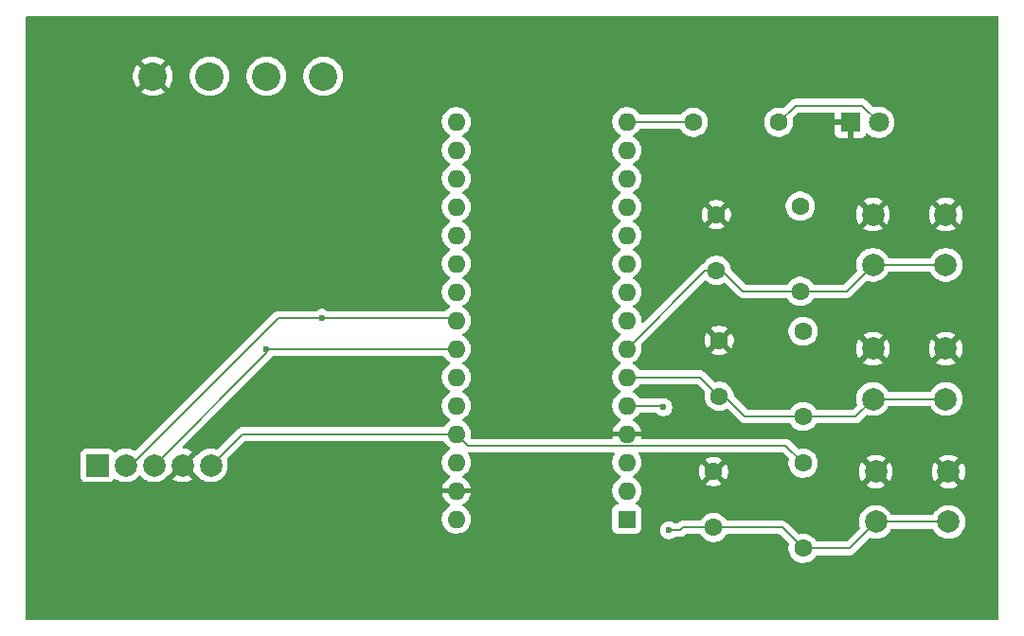
<source format=gtl>
G04 #@! TF.GenerationSoftware,KiCad,Pcbnew,9.0.3*
G04 #@! TF.CreationDate,2025-09-07T18:19:36+02:00*
G04 #@! TF.ProjectId,Design1,44657369-676e-4312-9e6b-696361645f70,rev?*
G04 #@! TF.SameCoordinates,Original*
G04 #@! TF.FileFunction,Copper,L1,Top*
G04 #@! TF.FilePolarity,Positive*
%FSLAX46Y46*%
G04 Gerber Fmt 4.6, Leading zero omitted, Abs format (unit mm)*
G04 Created by KiCad (PCBNEW 9.0.3) date 2025-09-07 18:19:36*
%MOMM*%
%LPD*%
G01*
G04 APERTURE LIST*
G04 #@! TA.AperFunction,ComponentPad*
%ADD10C,1.600000*%
G04 #@! TD*
G04 #@! TA.AperFunction,ComponentPad*
%ADD11C,2.000000*%
G04 #@! TD*
G04 #@! TA.AperFunction,ComponentPad*
%ADD12C,2.540000*%
G04 #@! TD*
G04 #@! TA.AperFunction,ComponentPad*
%ADD13R,2.000000X2.000000*%
G04 #@! TD*
G04 #@! TA.AperFunction,ComponentPad*
%ADD14C,1.800000*%
G04 #@! TD*
G04 #@! TA.AperFunction,ComponentPad*
%ADD15R,1.800000X1.800000*%
G04 #@! TD*
G04 #@! TA.AperFunction,ComponentPad*
%ADD16R,1.600000X1.600000*%
G04 #@! TD*
G04 #@! TA.AperFunction,ComponentPad*
%ADD17O,1.600000X1.600000*%
G04 #@! TD*
G04 #@! TA.AperFunction,ViaPad*
%ADD18C,0.600000*%
G04 #@! TD*
G04 #@! TA.AperFunction,Conductor*
%ADD19C,0.200000*%
G04 #@! TD*
G04 APERTURE END LIST*
D10*
X133250000Y-88620000D03*
X133250000Y-81000000D03*
X125500000Y-109750000D03*
X125500000Y-104750000D03*
D11*
X140000000Y-104750000D03*
X146500000Y-104750000D03*
X140000000Y-109250000D03*
X146500000Y-109250000D03*
D10*
X125750000Y-86750000D03*
X125750000Y-81750000D03*
D11*
X139750000Y-81750000D03*
X146250000Y-81750000D03*
X139750000Y-86250000D03*
X146250000Y-86250000D03*
D10*
X133500000Y-111620000D03*
X133500000Y-104000000D03*
D12*
X90620000Y-69380000D03*
X85540000Y-69380000D03*
X80460000Y-69380000D03*
X75380000Y-69380000D03*
D11*
X80580000Y-104190000D03*
X78040000Y-104190000D03*
X75500000Y-104190000D03*
X72960000Y-104190000D03*
D13*
X70420000Y-104190000D03*
D11*
X146250000Y-98250000D03*
X139750000Y-98250000D03*
X146250000Y-93750000D03*
X139750000Y-93750000D03*
D10*
X131310000Y-73500000D03*
X123690000Y-73500000D03*
X133500000Y-99810000D03*
X133500000Y-92190000D03*
D14*
X140265000Y-73500000D03*
D15*
X137725000Y-73500000D03*
D10*
X126000000Y-93000000D03*
X126000000Y-98000000D03*
D16*
X117740000Y-109000000D03*
D17*
X117740000Y-106460000D03*
X117740000Y-103920000D03*
X117740000Y-101380000D03*
X117740000Y-98840000D03*
X117740000Y-96300000D03*
X117740000Y-93760000D03*
X117740000Y-91220000D03*
X117740000Y-88680000D03*
X117740000Y-86140000D03*
X117740000Y-83600000D03*
X117740000Y-81060000D03*
X117740000Y-78520000D03*
X117740000Y-75980000D03*
X117740000Y-73440000D03*
X102500000Y-73440000D03*
X102500000Y-75980000D03*
X102500000Y-78520000D03*
X102500000Y-81060000D03*
X102500000Y-83600000D03*
X102500000Y-86140000D03*
X102500000Y-88680000D03*
X102500000Y-91220000D03*
X102500000Y-93760000D03*
X102500000Y-96300000D03*
X102500000Y-98840000D03*
X102500000Y-101380000D03*
X102500000Y-103920000D03*
X102500000Y-106460000D03*
X102500000Y-109000000D03*
D18*
X90500000Y-91000000D03*
X85540000Y-93760000D03*
X121500000Y-110000000D03*
X121000000Y-99000000D03*
D19*
X73385000Y-104190000D02*
X72960000Y-104190000D01*
X86575000Y-91000000D02*
X73385000Y-104190000D01*
X90500000Y-91000000D02*
X86575000Y-91000000D01*
X85540000Y-93760000D02*
X102500000Y-93760000D01*
X85540000Y-94150000D02*
X75500000Y-104190000D01*
X85540000Y-93760000D02*
X85540000Y-94150000D01*
X102280000Y-91000000D02*
X90500000Y-91000000D01*
X102500000Y-91220000D02*
X102280000Y-91000000D01*
X103528000Y-102408000D02*
X102500000Y-101380000D01*
X131908000Y-102408000D02*
X103528000Y-102408000D01*
X133500000Y-104000000D02*
X131908000Y-102408000D01*
X140000000Y-109250000D02*
X146500000Y-109250000D01*
X137630000Y-111620000D02*
X140000000Y-109250000D01*
X133500000Y-111620000D02*
X137630000Y-111620000D01*
X131630000Y-109750000D02*
X133500000Y-111620000D01*
X125500000Y-109750000D02*
X131630000Y-109750000D01*
X122750000Y-109750000D02*
X125500000Y-109750000D01*
X122500000Y-110000000D02*
X122750000Y-109750000D01*
X121500000Y-110000000D02*
X122500000Y-110000000D01*
X120840000Y-98840000D02*
X121000000Y-99000000D01*
X117740000Y-98840000D02*
X120840000Y-98840000D01*
X139750000Y-98250000D02*
X146250000Y-98250000D01*
X138190000Y-99810000D02*
X139750000Y-98250000D01*
X133500000Y-99810000D02*
X138190000Y-99810000D01*
X128310000Y-99810000D02*
X133500000Y-99810000D01*
X126500000Y-98000000D02*
X128310000Y-99810000D01*
X126000000Y-98000000D02*
X126500000Y-98000000D01*
X124300000Y-96300000D02*
X126000000Y-98000000D01*
X117740000Y-96300000D02*
X124300000Y-96300000D01*
X139750000Y-86250000D02*
X146250000Y-86250000D01*
X137380000Y-88620000D02*
X139750000Y-86250000D01*
X133250000Y-88620000D02*
X137380000Y-88620000D01*
X128120000Y-88620000D02*
X133250000Y-88620000D01*
X126250000Y-86750000D02*
X128120000Y-88620000D01*
X125750000Y-86750000D02*
X126250000Y-86750000D01*
X124750000Y-86750000D02*
X125750000Y-86750000D01*
X117740000Y-93760000D02*
X124750000Y-86750000D01*
X138765000Y-72000000D02*
X140265000Y-73500000D01*
X131310000Y-73500000D02*
X132810000Y-72000000D01*
X132810000Y-72000000D02*
X138765000Y-72000000D01*
X123630000Y-73440000D02*
X123690000Y-73500000D01*
X117740000Y-73440000D02*
X123630000Y-73440000D01*
X80580000Y-104190000D02*
X83390000Y-101380000D01*
X83390000Y-101380000D02*
X102500000Y-101380000D01*
G04 #@! TA.AperFunction,Conductor*
G36*
X101337437Y-94380185D02*
G01*
X101380883Y-94428205D01*
X101387715Y-94441614D01*
X101508028Y-94607213D01*
X101652786Y-94751971D01*
X101749018Y-94821886D01*
X101818390Y-94872287D01*
X101909840Y-94918883D01*
X101911080Y-94919515D01*
X101961876Y-94967490D01*
X101978671Y-95035311D01*
X101956134Y-95101446D01*
X101911080Y-95140485D01*
X101818386Y-95187715D01*
X101652786Y-95308028D01*
X101508028Y-95452786D01*
X101387715Y-95618386D01*
X101294781Y-95800776D01*
X101231522Y-95995465D01*
X101199500Y-96197648D01*
X101199500Y-96402351D01*
X101231522Y-96604534D01*
X101294781Y-96799223D01*
X101387715Y-96981613D01*
X101508028Y-97147213D01*
X101652786Y-97291971D01*
X101807749Y-97404556D01*
X101818390Y-97412287D01*
X101909840Y-97458883D01*
X101911080Y-97459515D01*
X101961876Y-97507490D01*
X101978671Y-97575311D01*
X101956134Y-97641446D01*
X101911080Y-97680485D01*
X101818386Y-97727715D01*
X101652786Y-97848028D01*
X101508028Y-97992786D01*
X101387715Y-98158386D01*
X101294781Y-98340776D01*
X101231522Y-98535465D01*
X101208375Y-98681613D01*
X101199500Y-98737648D01*
X101199500Y-98942352D01*
X101203878Y-98969995D01*
X101231522Y-99144534D01*
X101294781Y-99339223D01*
X101346385Y-99440500D01*
X101381946Y-99510292D01*
X101387715Y-99521613D01*
X101508028Y-99687213D01*
X101652786Y-99831971D01*
X101807749Y-99944556D01*
X101818390Y-99952287D01*
X101909840Y-99998883D01*
X101911080Y-99999515D01*
X101961876Y-100047490D01*
X101978671Y-100115311D01*
X101956134Y-100181446D01*
X101911080Y-100220485D01*
X101818386Y-100267715D01*
X101652786Y-100388028D01*
X101508028Y-100532786D01*
X101387715Y-100698385D01*
X101380883Y-100711795D01*
X101332909Y-100762591D01*
X101270398Y-100779500D01*
X83469057Y-100779500D01*
X83310943Y-100779500D01*
X83158215Y-100820423D01*
X83158214Y-100820423D01*
X83158212Y-100820424D01*
X83158209Y-100820425D01*
X83108096Y-100849359D01*
X83108095Y-100849360D01*
X83064689Y-100874420D01*
X83021285Y-100899479D01*
X83021282Y-100899481D01*
X82909478Y-101011286D01*
X81183563Y-102737200D01*
X81122240Y-102770685D01*
X81057564Y-102767450D01*
X80931370Y-102726447D01*
X80698097Y-102689500D01*
X80698092Y-102689500D01*
X80461908Y-102689500D01*
X80461903Y-102689500D01*
X80228631Y-102726446D01*
X80004003Y-102799433D01*
X79793566Y-102906657D01*
X79726404Y-102955454D01*
X79602490Y-103045483D01*
X79602488Y-103045485D01*
X79602487Y-103045485D01*
X79435482Y-103212490D01*
X79392451Y-103271717D01*
X79337120Y-103314382D01*
X79282405Y-103322448D01*
X79262658Y-103320893D01*
X78629560Y-103953991D01*
X78602729Y-103889215D01*
X78533236Y-103785211D01*
X78444789Y-103696764D01*
X78340785Y-103627271D01*
X78276006Y-103600438D01*
X78909105Y-102967340D01*
X78909104Y-102967338D01*
X78826174Y-102907087D01*
X78615802Y-102799897D01*
X78391247Y-102726934D01*
X78391248Y-102726934D01*
X78158052Y-102690000D01*
X78148595Y-102690000D01*
X78081556Y-102670315D01*
X78035801Y-102617511D01*
X78025857Y-102548353D01*
X78054882Y-102484797D01*
X78060900Y-102478333D01*
X85898506Y-94640728D01*
X85898511Y-94640724D01*
X85908714Y-94630520D01*
X85908716Y-94630520D01*
X86020520Y-94518716D01*
X86065035Y-94441614D01*
X86076070Y-94422501D01*
X86126636Y-94374285D01*
X86183457Y-94360500D01*
X101270398Y-94360500D01*
X101337437Y-94380185D01*
G37*
G04 #@! TD.AperFunction*
G04 #@! TA.AperFunction,Conductor*
G36*
X150942539Y-64020185D02*
G01*
X150988294Y-64072989D01*
X150999500Y-64124500D01*
X150999500Y-117875500D01*
X150979815Y-117942539D01*
X150927011Y-117988294D01*
X150875500Y-117999500D01*
X64124500Y-117999500D01*
X64057461Y-117979815D01*
X64011706Y-117927011D01*
X64000500Y-117875500D01*
X64000500Y-103142135D01*
X68919500Y-103142135D01*
X68919500Y-105237870D01*
X68919501Y-105237876D01*
X68925908Y-105297483D01*
X68976202Y-105432328D01*
X68976206Y-105432335D01*
X69062452Y-105547544D01*
X69062455Y-105547547D01*
X69177664Y-105633793D01*
X69177671Y-105633797D01*
X69312517Y-105684091D01*
X69312516Y-105684091D01*
X69319444Y-105684835D01*
X69372127Y-105690500D01*
X71467872Y-105690499D01*
X71527483Y-105684091D01*
X71662331Y-105633796D01*
X71777546Y-105547546D01*
X71863796Y-105432331D01*
X71863797Y-105432326D01*
X71868047Y-105424546D01*
X71871380Y-105426366D01*
X71902292Y-105384766D01*
X71967669Y-105360116D01*
X72035994Y-105374725D01*
X72049835Y-105383446D01*
X72173567Y-105473343D01*
X72178629Y-105475922D01*
X72384003Y-105580566D01*
X72384005Y-105580566D01*
X72384008Y-105580568D01*
X72484143Y-105613104D01*
X72608631Y-105653553D01*
X72841903Y-105690500D01*
X72841908Y-105690500D01*
X73078097Y-105690500D01*
X73311368Y-105653553D01*
X73312870Y-105653065D01*
X73535992Y-105580568D01*
X73746433Y-105473343D01*
X73937510Y-105334517D01*
X74104517Y-105167510D01*
X74129682Y-105132872D01*
X74185011Y-105090207D01*
X74254625Y-105084228D01*
X74316420Y-105116833D01*
X74330315Y-105132870D01*
X74355483Y-105167510D01*
X74522490Y-105334517D01*
X74713567Y-105473343D01*
X74718629Y-105475922D01*
X74924003Y-105580566D01*
X74924005Y-105580566D01*
X74924008Y-105580568D01*
X75024143Y-105613104D01*
X75148631Y-105653553D01*
X75381903Y-105690500D01*
X75381908Y-105690500D01*
X75618097Y-105690500D01*
X75851368Y-105653553D01*
X75852870Y-105653065D01*
X76075992Y-105580568D01*
X76286433Y-105473343D01*
X76477510Y-105334517D01*
X76644517Y-105167510D01*
X76691370Y-105103022D01*
X76695713Y-105098199D01*
X76720150Y-105083142D01*
X76742877Y-105065618D01*
X76750393Y-105064509D01*
X76755199Y-105061549D01*
X76768730Y-105061806D01*
X76797594Y-105057551D01*
X76817340Y-105059105D01*
X77450438Y-104426006D01*
X77477271Y-104490785D01*
X77546764Y-104594789D01*
X77635211Y-104683236D01*
X77739215Y-104752729D01*
X77803992Y-104779560D01*
X77170893Y-105412658D01*
X77253828Y-105472914D01*
X77464197Y-105580102D01*
X77688752Y-105653065D01*
X77688751Y-105653065D01*
X77921948Y-105690000D01*
X78158052Y-105690000D01*
X78391247Y-105653065D01*
X78615802Y-105580102D01*
X78826163Y-105472918D01*
X78826169Y-105472914D01*
X78909104Y-105412658D01*
X78909105Y-105412658D01*
X78276007Y-104779561D01*
X78340785Y-104752729D01*
X78444789Y-104683236D01*
X78533236Y-104594789D01*
X78602729Y-104490785D01*
X78629560Y-104426007D01*
X79262657Y-105059104D01*
X79282404Y-105057550D01*
X79350781Y-105071914D01*
X79392451Y-105108282D01*
X79435483Y-105167510D01*
X79602490Y-105334517D01*
X79793567Y-105473343D01*
X79798629Y-105475922D01*
X80004003Y-105580566D01*
X80004005Y-105580566D01*
X80004008Y-105580568D01*
X80104143Y-105613104D01*
X80228631Y-105653553D01*
X80461903Y-105690500D01*
X80461908Y-105690500D01*
X80698097Y-105690500D01*
X80931368Y-105653553D01*
X80932870Y-105653065D01*
X81155992Y-105580568D01*
X81366433Y-105473343D01*
X81557510Y-105334517D01*
X81724517Y-105167510D01*
X81863343Y-104976433D01*
X81970568Y-104765992D01*
X82043553Y-104541368D01*
X82050229Y-104499219D01*
X82080500Y-104308097D01*
X82080500Y-104071902D01*
X82051564Y-103889215D01*
X82043553Y-103838632D01*
X82002547Y-103712433D01*
X82000553Y-103642593D01*
X82032796Y-103586437D01*
X83602416Y-102016819D01*
X83663739Y-101983334D01*
X83690097Y-101980500D01*
X101270398Y-101980500D01*
X101337437Y-102000185D01*
X101380883Y-102048205D01*
X101387715Y-102061614D01*
X101508028Y-102227213D01*
X101652786Y-102371971D01*
X101807749Y-102484556D01*
X101818390Y-102492287D01*
X101909840Y-102538883D01*
X101911080Y-102539515D01*
X101961876Y-102587490D01*
X101978671Y-102655311D01*
X101956134Y-102721446D01*
X101911080Y-102760485D01*
X101818386Y-102807715D01*
X101652786Y-102928028D01*
X101508028Y-103072786D01*
X101387715Y-103238386D01*
X101294781Y-103420776D01*
X101231522Y-103615465D01*
X101199500Y-103817648D01*
X101199500Y-104022351D01*
X101231522Y-104224534D01*
X101294781Y-104419223D01*
X101335542Y-104499219D01*
X101380025Y-104586522D01*
X101387715Y-104601613D01*
X101508028Y-104767213D01*
X101652786Y-104911971D01*
X101807749Y-105024556D01*
X101818390Y-105032287D01*
X101881629Y-105064509D01*
X101911629Y-105079795D01*
X101962425Y-105127770D01*
X101979220Y-105195591D01*
X101956682Y-105261726D01*
X101911629Y-105300765D01*
X101818650Y-105348140D01*
X101653105Y-105468417D01*
X101653104Y-105468417D01*
X101508417Y-105613104D01*
X101508417Y-105613105D01*
X101388140Y-105778650D01*
X101295244Y-105960970D01*
X101232009Y-106155586D01*
X101223391Y-106210000D01*
X102066988Y-106210000D01*
X102034075Y-106267007D01*
X102000000Y-106394174D01*
X102000000Y-106525826D01*
X102034075Y-106652993D01*
X102066988Y-106710000D01*
X101223391Y-106710000D01*
X101232009Y-106764413D01*
X101295244Y-106959029D01*
X101388140Y-107141349D01*
X101508417Y-107306894D01*
X101508417Y-107306895D01*
X101653104Y-107451582D01*
X101818652Y-107571861D01*
X101911628Y-107619234D01*
X101962425Y-107667208D01*
X101979220Y-107735029D01*
X101956683Y-107801164D01*
X101911630Y-107840203D01*
X101818388Y-107887713D01*
X101652786Y-108008028D01*
X101508028Y-108152786D01*
X101387715Y-108318386D01*
X101294781Y-108500776D01*
X101231522Y-108695465D01*
X101199500Y-108897648D01*
X101199500Y-109102351D01*
X101231522Y-109304534D01*
X101294781Y-109499223D01*
X101387715Y-109681613D01*
X101508028Y-109847213D01*
X101652786Y-109991971D01*
X101772362Y-110078846D01*
X101818390Y-110112287D01*
X101907212Y-110157544D01*
X102000776Y-110205218D01*
X102000778Y-110205218D01*
X102000781Y-110205220D01*
X102069383Y-110227510D01*
X102195465Y-110268477D01*
X102296557Y-110284488D01*
X102397648Y-110300500D01*
X102397649Y-110300500D01*
X102602351Y-110300500D01*
X102602352Y-110300500D01*
X102804534Y-110268477D01*
X102999219Y-110205220D01*
X103181610Y-110112287D01*
X103286015Y-110036433D01*
X103347213Y-109991971D01*
X103347215Y-109991968D01*
X103347219Y-109991966D01*
X103491966Y-109847219D01*
X103491968Y-109847215D01*
X103491971Y-109847213D01*
X103550613Y-109766498D01*
X103612287Y-109681610D01*
X103705220Y-109499219D01*
X103768477Y-109304534D01*
X103800500Y-109102352D01*
X103800500Y-108897648D01*
X103768477Y-108695466D01*
X103705220Y-108500781D01*
X103705218Y-108500778D01*
X103705218Y-108500776D01*
X103671503Y-108434607D01*
X103612287Y-108318390D01*
X103578937Y-108272487D01*
X103491971Y-108152786D01*
X103347213Y-108008028D01*
X103181611Y-107887713D01*
X103088369Y-107840203D01*
X103037574Y-107792229D01*
X103020779Y-107724407D01*
X103043317Y-107658273D01*
X103088371Y-107619234D01*
X103181347Y-107571861D01*
X103346894Y-107451582D01*
X103346895Y-107451582D01*
X103491582Y-107306895D01*
X103491582Y-107306894D01*
X103611859Y-107141349D01*
X103704755Y-106959029D01*
X103767990Y-106764413D01*
X103776609Y-106710000D01*
X102933012Y-106710000D01*
X102965925Y-106652993D01*
X103000000Y-106525826D01*
X103000000Y-106394174D01*
X102965925Y-106267007D01*
X102933012Y-106210000D01*
X103776609Y-106210000D01*
X103767990Y-106155586D01*
X103704755Y-105960970D01*
X103611859Y-105778650D01*
X103491582Y-105613105D01*
X103491582Y-105613104D01*
X103346895Y-105468417D01*
X103181349Y-105348140D01*
X103088370Y-105300765D01*
X103037574Y-105252790D01*
X103020779Y-105184969D01*
X103043316Y-105118835D01*
X103088370Y-105079795D01*
X103088920Y-105079515D01*
X103181610Y-105032287D01*
X103202770Y-105016913D01*
X103347213Y-104911971D01*
X103347215Y-104911968D01*
X103347219Y-104911966D01*
X103491966Y-104767219D01*
X103491968Y-104767215D01*
X103491971Y-104767213D01*
X103590246Y-104631947D01*
X103612287Y-104601610D01*
X103705220Y-104419219D01*
X103768477Y-104224534D01*
X103800500Y-104022352D01*
X103800500Y-103817648D01*
X103787755Y-103737181D01*
X103768477Y-103615465D01*
X103739127Y-103525137D01*
X103705220Y-103420781D01*
X103705218Y-103420778D01*
X103705218Y-103420776D01*
X103629268Y-103271717D01*
X103612287Y-103238390D01*
X103588307Y-103205384D01*
X103564828Y-103139579D01*
X103580653Y-103071525D01*
X103630759Y-103022830D01*
X103688626Y-103008500D01*
X116551374Y-103008500D01*
X116618413Y-103028185D01*
X116664168Y-103080989D01*
X116674112Y-103150147D01*
X116651692Y-103205386D01*
X116627713Y-103238389D01*
X116534781Y-103420776D01*
X116471522Y-103615465D01*
X116439500Y-103817648D01*
X116439500Y-104022351D01*
X116471522Y-104224534D01*
X116534781Y-104419223D01*
X116575542Y-104499219D01*
X116620025Y-104586522D01*
X116627715Y-104601613D01*
X116748028Y-104767213D01*
X116892786Y-104911971D01*
X117047749Y-105024556D01*
X117058390Y-105032287D01*
X117149840Y-105078883D01*
X117151080Y-105079515D01*
X117201876Y-105127490D01*
X117218671Y-105195311D01*
X117196134Y-105261446D01*
X117151080Y-105300485D01*
X117058386Y-105347715D01*
X116892786Y-105468028D01*
X116748028Y-105612786D01*
X116627715Y-105778386D01*
X116534781Y-105960776D01*
X116471522Y-106155465D01*
X116439500Y-106357648D01*
X116439500Y-106562351D01*
X116471522Y-106764534D01*
X116534781Y-106959223D01*
X116627715Y-107141613D01*
X116748028Y-107307213D01*
X116892784Y-107451969D01*
X116929068Y-107478330D01*
X116971735Y-107533659D01*
X116977715Y-107603273D01*
X116945109Y-107665068D01*
X116884271Y-107699426D01*
X116869440Y-107701938D01*
X116832519Y-107705907D01*
X116697671Y-107756202D01*
X116697664Y-107756206D01*
X116582455Y-107842452D01*
X116582452Y-107842455D01*
X116496206Y-107957664D01*
X116496202Y-107957671D01*
X116445908Y-108092517D01*
X116439501Y-108152116D01*
X116439501Y-108152123D01*
X116439500Y-108152135D01*
X116439500Y-109847870D01*
X116439501Y-109847876D01*
X116445908Y-109907483D01*
X116496202Y-110042328D01*
X116496206Y-110042335D01*
X116582452Y-110157544D01*
X116582455Y-110157547D01*
X116697664Y-110243793D01*
X116697671Y-110243797D01*
X116832517Y-110294091D01*
X116832516Y-110294091D01*
X116839444Y-110294835D01*
X116892127Y-110300500D01*
X118587872Y-110300499D01*
X118647483Y-110294091D01*
X118782331Y-110243796D01*
X118897546Y-110157546D01*
X118983796Y-110042331D01*
X119028992Y-109921153D01*
X120699500Y-109921153D01*
X120699500Y-110078846D01*
X120730261Y-110233489D01*
X120730264Y-110233501D01*
X120790602Y-110379172D01*
X120790609Y-110379185D01*
X120878210Y-110510288D01*
X120878213Y-110510292D01*
X120989707Y-110621786D01*
X120989711Y-110621789D01*
X121120814Y-110709390D01*
X121120827Y-110709397D01*
X121199457Y-110741966D01*
X121266503Y-110769737D01*
X121421153Y-110800499D01*
X121421156Y-110800500D01*
X121421158Y-110800500D01*
X121578844Y-110800500D01*
X121578845Y-110800499D01*
X121733497Y-110769737D01*
X121879179Y-110709394D01*
X121934323Y-110672548D01*
X122010875Y-110621398D01*
X122077553Y-110600520D01*
X122079766Y-110600500D01*
X122413331Y-110600500D01*
X122413347Y-110600501D01*
X122420943Y-110600501D01*
X122579054Y-110600501D01*
X122579057Y-110600501D01*
X122731785Y-110559577D01*
X122781904Y-110530639D01*
X122868716Y-110480520D01*
X122962418Y-110386817D01*
X123023739Y-110353334D01*
X123050098Y-110350500D01*
X124270398Y-110350500D01*
X124337437Y-110370185D01*
X124380883Y-110418205D01*
X124387715Y-110431614D01*
X124508028Y-110597213D01*
X124652786Y-110741971D01*
X124807749Y-110854556D01*
X124818390Y-110862287D01*
X124934607Y-110921503D01*
X125000776Y-110955218D01*
X125000778Y-110955218D01*
X125000781Y-110955220D01*
X125086836Y-110983181D01*
X125195465Y-111018477D01*
X125296557Y-111034488D01*
X125397648Y-111050500D01*
X125397649Y-111050500D01*
X125602351Y-111050500D01*
X125602352Y-111050500D01*
X125804534Y-111018477D01*
X125999219Y-110955220D01*
X126181610Y-110862287D01*
X126304799Y-110772786D01*
X126347213Y-110741971D01*
X126347215Y-110741968D01*
X126347219Y-110741966D01*
X126491966Y-110597219D01*
X126491968Y-110597215D01*
X126491971Y-110597213D01*
X126612284Y-110431614D01*
X126612283Y-110431614D01*
X126612287Y-110431610D01*
X126619117Y-110418204D01*
X126667091Y-110367409D01*
X126729602Y-110350500D01*
X131329903Y-110350500D01*
X131396942Y-110370185D01*
X131417584Y-110386819D01*
X132205922Y-111175157D01*
X132239407Y-111236480D01*
X132236173Y-111301155D01*
X132231522Y-111315468D01*
X132199500Y-111517648D01*
X132199500Y-111722351D01*
X132231522Y-111924534D01*
X132294781Y-112119223D01*
X132387715Y-112301613D01*
X132508028Y-112467213D01*
X132652786Y-112611971D01*
X132807749Y-112724556D01*
X132818390Y-112732287D01*
X132934607Y-112791503D01*
X133000776Y-112825218D01*
X133000778Y-112825218D01*
X133000781Y-112825220D01*
X133105137Y-112859127D01*
X133195465Y-112888477D01*
X133296557Y-112904488D01*
X133397648Y-112920500D01*
X133397649Y-112920500D01*
X133602351Y-112920500D01*
X133602352Y-112920500D01*
X133804534Y-112888477D01*
X133999219Y-112825220D01*
X134181610Y-112732287D01*
X134274590Y-112664732D01*
X134347213Y-112611971D01*
X134347215Y-112611968D01*
X134347219Y-112611966D01*
X134491966Y-112467219D01*
X134491968Y-112467215D01*
X134491971Y-112467213D01*
X134612284Y-112301614D01*
X134612285Y-112301613D01*
X134612287Y-112301610D01*
X134619117Y-112288204D01*
X134667091Y-112237409D01*
X134729602Y-112220500D01*
X137543331Y-112220500D01*
X137543347Y-112220501D01*
X137550943Y-112220501D01*
X137709054Y-112220501D01*
X137709057Y-112220501D01*
X137861785Y-112179577D01*
X137911904Y-112150639D01*
X137998716Y-112100520D01*
X138110520Y-111988716D01*
X138110520Y-111988714D01*
X138120728Y-111978507D01*
X138120730Y-111978504D01*
X139396437Y-110702796D01*
X139457758Y-110669313D01*
X139522433Y-110672547D01*
X139648632Y-110713553D01*
X139736110Y-110727408D01*
X139881903Y-110750500D01*
X139881908Y-110750500D01*
X140118097Y-110750500D01*
X140351368Y-110713553D01*
X140384468Y-110702798D01*
X140575992Y-110640568D01*
X140786433Y-110533343D01*
X140977510Y-110394517D01*
X141144517Y-110227510D01*
X141283343Y-110036433D01*
X141343583Y-109918204D01*
X141391558Y-109867409D01*
X141454068Y-109850500D01*
X145045932Y-109850500D01*
X145112971Y-109870185D01*
X145156416Y-109918203D01*
X145216657Y-110036433D01*
X145355483Y-110227510D01*
X145522490Y-110394517D01*
X145713567Y-110533343D01*
X145812991Y-110584002D01*
X145924003Y-110640566D01*
X145924005Y-110640566D01*
X145924008Y-110640568D01*
X146012476Y-110669313D01*
X146148631Y-110713553D01*
X146381903Y-110750500D01*
X146381908Y-110750500D01*
X146618097Y-110750500D01*
X146851368Y-110713553D01*
X146884468Y-110702798D01*
X147075992Y-110640568D01*
X147286433Y-110533343D01*
X147477510Y-110394517D01*
X147644517Y-110227510D01*
X147783343Y-110036433D01*
X147890568Y-109825992D01*
X147963553Y-109601368D01*
X147981238Y-109489711D01*
X148000500Y-109368097D01*
X148000500Y-109131902D01*
X147963553Y-108898631D01*
X147890566Y-108674003D01*
X147834002Y-108562991D01*
X147783343Y-108463567D01*
X147644517Y-108272490D01*
X147477510Y-108105483D01*
X147286433Y-107966657D01*
X147268783Y-107957664D01*
X147075996Y-107859433D01*
X146851368Y-107786446D01*
X146618097Y-107749500D01*
X146618092Y-107749500D01*
X146381908Y-107749500D01*
X146381903Y-107749500D01*
X146148631Y-107786446D01*
X145924003Y-107859433D01*
X145713566Y-107966657D01*
X145604550Y-108045862D01*
X145522490Y-108105483D01*
X145522488Y-108105485D01*
X145522487Y-108105485D01*
X145355485Y-108272487D01*
X145355485Y-108272488D01*
X145355483Y-108272490D01*
X145322138Y-108318386D01*
X145216657Y-108463566D01*
X145156417Y-108581795D01*
X145108442Y-108632591D01*
X145045932Y-108649500D01*
X141454068Y-108649500D01*
X141387029Y-108629815D01*
X141343583Y-108581795D01*
X141283343Y-108463567D01*
X141144517Y-108272490D01*
X140977510Y-108105483D01*
X140786433Y-107966657D01*
X140768783Y-107957664D01*
X140575996Y-107859433D01*
X140351368Y-107786446D01*
X140118097Y-107749500D01*
X140118092Y-107749500D01*
X139881908Y-107749500D01*
X139881903Y-107749500D01*
X139648631Y-107786446D01*
X139424003Y-107859433D01*
X139213566Y-107966657D01*
X139104550Y-108045862D01*
X139022490Y-108105483D01*
X139022488Y-108105485D01*
X139022487Y-108105485D01*
X138855485Y-108272487D01*
X138855485Y-108272488D01*
X138855483Y-108272490D01*
X138822138Y-108318386D01*
X138716657Y-108463566D01*
X138609433Y-108674003D01*
X138536446Y-108898631D01*
X138499500Y-109131902D01*
X138499500Y-109368097D01*
X138536447Y-109601369D01*
X138536447Y-109601372D01*
X138577450Y-109727564D01*
X138579445Y-109797405D01*
X138547200Y-109853563D01*
X137417584Y-110983181D01*
X137356261Y-111016666D01*
X137329903Y-111019500D01*
X134729602Y-111019500D01*
X134662563Y-110999815D01*
X134619117Y-110951795D01*
X134612284Y-110938385D01*
X134491971Y-110772786D01*
X134347213Y-110628028D01*
X134181613Y-110507715D01*
X134181612Y-110507714D01*
X134181610Y-110507713D01*
X134124653Y-110478691D01*
X133999223Y-110414781D01*
X133804534Y-110351522D01*
X133629995Y-110323878D01*
X133602352Y-110319500D01*
X133397648Y-110319500D01*
X133359599Y-110325526D01*
X133195468Y-110351522D01*
X133189892Y-110353334D01*
X133181154Y-110356173D01*
X133111313Y-110358167D01*
X133055157Y-110325922D01*
X132117590Y-109388355D01*
X132117588Y-109388352D01*
X131998717Y-109269481D01*
X131998716Y-109269480D01*
X131911904Y-109219360D01*
X131911904Y-109219359D01*
X131911900Y-109219358D01*
X131861785Y-109190423D01*
X131709057Y-109149499D01*
X131550943Y-109149499D01*
X131543347Y-109149499D01*
X131543331Y-109149500D01*
X126729602Y-109149500D01*
X126662563Y-109129815D01*
X126619117Y-109081795D01*
X126612284Y-109068385D01*
X126491971Y-108902786D01*
X126347213Y-108758028D01*
X126181613Y-108637715D01*
X126181612Y-108637714D01*
X126181610Y-108637713D01*
X126124653Y-108608691D01*
X125999223Y-108544781D01*
X125804534Y-108481522D01*
X125629995Y-108453878D01*
X125602352Y-108449500D01*
X125397648Y-108449500D01*
X125373329Y-108453351D01*
X125195465Y-108481522D01*
X125000776Y-108544781D01*
X124818386Y-108637715D01*
X124652786Y-108758028D01*
X124508028Y-108902786D01*
X124387715Y-109068385D01*
X124380883Y-109081795D01*
X124332909Y-109132591D01*
X124270398Y-109149500D01*
X122670940Y-109149500D01*
X122630019Y-109160464D01*
X122630019Y-109160465D01*
X122592751Y-109170451D01*
X122518214Y-109190423D01*
X122518209Y-109190426D01*
X122381290Y-109269475D01*
X122381282Y-109269481D01*
X122287583Y-109363181D01*
X122260655Y-109377884D01*
X122234837Y-109394477D01*
X122228636Y-109395368D01*
X122226260Y-109396666D01*
X122199902Y-109399500D01*
X122079766Y-109399500D01*
X122012727Y-109379815D01*
X122010875Y-109378602D01*
X121879185Y-109290609D01*
X121879172Y-109290602D01*
X121733501Y-109230264D01*
X121733489Y-109230261D01*
X121578845Y-109199500D01*
X121578842Y-109199500D01*
X121421158Y-109199500D01*
X121421155Y-109199500D01*
X121266510Y-109230261D01*
X121266498Y-109230264D01*
X121120827Y-109290602D01*
X121120814Y-109290609D01*
X120989711Y-109378210D01*
X120989707Y-109378213D01*
X120878213Y-109489707D01*
X120878210Y-109489711D01*
X120790609Y-109620814D01*
X120790602Y-109620827D01*
X120730264Y-109766498D01*
X120730261Y-109766510D01*
X120699500Y-109921153D01*
X119028992Y-109921153D01*
X119034091Y-109907483D01*
X119040500Y-109847873D01*
X119040499Y-108152128D01*
X119034091Y-108092517D01*
X118987148Y-107966657D01*
X118983797Y-107957671D01*
X118983793Y-107957664D01*
X118897547Y-107842455D01*
X118897544Y-107842452D01*
X118782335Y-107756206D01*
X118782328Y-107756202D01*
X118647482Y-107705908D01*
X118647483Y-107705908D01*
X118610560Y-107701939D01*
X118546009Y-107675201D01*
X118506160Y-107617809D01*
X118503667Y-107547984D01*
X118539319Y-107487895D01*
X118550930Y-107478331D01*
X118587219Y-107451966D01*
X118731966Y-107307219D01*
X118731968Y-107307215D01*
X118731971Y-107307213D01*
X118784732Y-107234590D01*
X118852287Y-107141610D01*
X118945220Y-106959219D01*
X119008477Y-106764534D01*
X119040500Y-106562352D01*
X119040500Y-106357648D01*
X119017600Y-106213065D01*
X119008477Y-106155465D01*
X118945218Y-105960776D01*
X118882920Y-105838510D01*
X118882919Y-105838506D01*
X118852288Y-105778391D01*
X118852287Y-105778389D01*
X118731971Y-105612786D01*
X118587213Y-105468028D01*
X118421614Y-105347715D01*
X118395711Y-105334517D01*
X118328917Y-105300483D01*
X118278123Y-105252511D01*
X118261328Y-105184690D01*
X118283865Y-105118555D01*
X118328917Y-105079516D01*
X118421610Y-105032287D01*
X118442770Y-105016913D01*
X118587213Y-104911971D01*
X118587215Y-104911968D01*
X118587219Y-104911966D01*
X118731966Y-104767219D01*
X118731968Y-104767215D01*
X118731971Y-104767213D01*
X118818814Y-104647682D01*
X124200000Y-104647682D01*
X124200000Y-104852317D01*
X124232009Y-105054417D01*
X124295244Y-105249031D01*
X124388141Y-105431350D01*
X124388147Y-105431359D01*
X124420523Y-105475921D01*
X124420524Y-105475922D01*
X125100000Y-104796446D01*
X125100000Y-104802661D01*
X125127259Y-104904394D01*
X125179920Y-104995606D01*
X125254394Y-105070080D01*
X125345606Y-105122741D01*
X125447339Y-105150000D01*
X125453553Y-105150000D01*
X124774076Y-105829474D01*
X124818650Y-105861859D01*
X125000968Y-105954755D01*
X125195582Y-106017990D01*
X125397683Y-106050000D01*
X125602317Y-106050000D01*
X125804417Y-106017990D01*
X125999031Y-105954755D01*
X126181349Y-105861859D01*
X126225922Y-105829474D01*
X125546447Y-105150000D01*
X125552661Y-105150000D01*
X125654394Y-105122741D01*
X125745606Y-105070080D01*
X125820080Y-104995606D01*
X125872741Y-104904394D01*
X125900000Y-104802661D01*
X125900000Y-104796447D01*
X126579474Y-105475921D01*
X126611859Y-105431349D01*
X126704755Y-105249031D01*
X126767990Y-105054417D01*
X126800000Y-104852317D01*
X126800000Y-104647682D01*
X126767990Y-104445582D01*
X126704755Y-104250968D01*
X126611859Y-104068650D01*
X126579474Y-104024077D01*
X126579474Y-104024076D01*
X125900000Y-104703551D01*
X125900000Y-104697339D01*
X125872741Y-104595606D01*
X125820080Y-104504394D01*
X125745606Y-104429920D01*
X125654394Y-104377259D01*
X125552661Y-104350000D01*
X125546446Y-104350000D01*
X126225922Y-103670524D01*
X126225921Y-103670523D01*
X126181359Y-103638147D01*
X126181350Y-103638141D01*
X125999031Y-103545244D01*
X125804417Y-103482009D01*
X125602317Y-103450000D01*
X125397683Y-103450000D01*
X125195582Y-103482009D01*
X125000968Y-103545244D01*
X124818644Y-103638143D01*
X124774077Y-103670523D01*
X124774077Y-103670524D01*
X125453554Y-104350000D01*
X125447339Y-104350000D01*
X125345606Y-104377259D01*
X125254394Y-104429920D01*
X125179920Y-104504394D01*
X125127259Y-104595606D01*
X125100000Y-104697339D01*
X125100000Y-104703553D01*
X124420524Y-104024077D01*
X124420523Y-104024077D01*
X124388143Y-104068644D01*
X124295244Y-104250968D01*
X124232009Y-104445582D01*
X124200000Y-104647682D01*
X118818814Y-104647682D01*
X118852286Y-104601611D01*
X118859975Y-104586522D01*
X118859975Y-104586521D01*
X118867996Y-104570780D01*
X118945220Y-104419219D01*
X119008477Y-104224534D01*
X119040500Y-104022352D01*
X119040500Y-103817648D01*
X119018881Y-103681155D01*
X119008477Y-103615465D01*
X118979127Y-103525137D01*
X118945220Y-103420781D01*
X118945218Y-103420778D01*
X118945218Y-103420776D01*
X118869268Y-103271717D01*
X118852287Y-103238390D01*
X118828307Y-103205384D01*
X118804828Y-103139579D01*
X118820653Y-103071525D01*
X118870759Y-103022830D01*
X118928626Y-103008500D01*
X131607903Y-103008500D01*
X131674942Y-103028185D01*
X131695584Y-103044819D01*
X132205922Y-103555157D01*
X132239407Y-103616480D01*
X132236173Y-103681155D01*
X132231522Y-103695468D01*
X132199500Y-103897648D01*
X132199500Y-104102351D01*
X132231522Y-104304534D01*
X132294781Y-104499223D01*
X132346951Y-104601610D01*
X132385665Y-104677591D01*
X132387715Y-104681613D01*
X132508028Y-104847213D01*
X132652786Y-104991971D01*
X132787999Y-105090207D01*
X132818390Y-105112287D01*
X132926763Y-105167506D01*
X133000776Y-105205218D01*
X133000778Y-105205218D01*
X133000781Y-105205220D01*
X133101267Y-105237870D01*
X133195465Y-105268477D01*
X133268344Y-105280020D01*
X133397648Y-105300500D01*
X133397649Y-105300500D01*
X133602351Y-105300500D01*
X133602352Y-105300500D01*
X133804534Y-105268477D01*
X133999219Y-105205220D01*
X134181610Y-105112287D01*
X134274590Y-105044732D01*
X134347213Y-104991971D01*
X134347215Y-104991968D01*
X134347219Y-104991966D01*
X134491966Y-104847219D01*
X134491968Y-104847215D01*
X134491971Y-104847213D01*
X134600859Y-104697339D01*
X134612287Y-104681610D01*
X134637592Y-104631947D01*
X138500000Y-104631947D01*
X138500000Y-104868052D01*
X138536934Y-105101247D01*
X138609897Y-105325802D01*
X138717087Y-105536174D01*
X138777338Y-105619104D01*
X138777340Y-105619105D01*
X139476212Y-104920233D01*
X139487482Y-104962292D01*
X139559890Y-105087708D01*
X139662292Y-105190110D01*
X139787708Y-105262518D01*
X139829765Y-105273787D01*
X139130893Y-105972658D01*
X139213828Y-106032914D01*
X139424197Y-106140102D01*
X139648752Y-106213065D01*
X139648751Y-106213065D01*
X139881948Y-106250000D01*
X140118052Y-106250000D01*
X140351247Y-106213065D01*
X140575802Y-106140102D01*
X140786163Y-106032918D01*
X140786169Y-106032914D01*
X140869104Y-105972658D01*
X140869105Y-105972658D01*
X140170233Y-105273787D01*
X140212292Y-105262518D01*
X140337708Y-105190110D01*
X140440110Y-105087708D01*
X140512518Y-104962292D01*
X140523787Y-104920233D01*
X141222658Y-105619105D01*
X141222658Y-105619104D01*
X141282914Y-105536169D01*
X141282918Y-105536163D01*
X141390102Y-105325802D01*
X141463065Y-105101247D01*
X141500000Y-104868052D01*
X141500000Y-104631947D01*
X145000000Y-104631947D01*
X145000000Y-104868052D01*
X145036934Y-105101247D01*
X145109897Y-105325802D01*
X145217087Y-105536174D01*
X145277338Y-105619104D01*
X145277340Y-105619105D01*
X145976212Y-104920233D01*
X145987482Y-104962292D01*
X146059890Y-105087708D01*
X146162292Y-105190110D01*
X146287708Y-105262518D01*
X146329765Y-105273787D01*
X145630893Y-105972658D01*
X145713828Y-106032914D01*
X145924197Y-106140102D01*
X146148752Y-106213065D01*
X146148751Y-106213065D01*
X146381948Y-106250000D01*
X146618052Y-106250000D01*
X146851247Y-106213065D01*
X147075802Y-106140102D01*
X147286163Y-106032918D01*
X147286169Y-106032914D01*
X147369104Y-105972658D01*
X147369105Y-105972658D01*
X146670233Y-105273787D01*
X146712292Y-105262518D01*
X146837708Y-105190110D01*
X146940110Y-105087708D01*
X147012518Y-104962292D01*
X147023787Y-104920234D01*
X147722658Y-105619105D01*
X147722658Y-105619104D01*
X147782914Y-105536169D01*
X147782918Y-105536163D01*
X147890102Y-105325802D01*
X147963065Y-105101247D01*
X148000000Y-104868052D01*
X148000000Y-104631947D01*
X147963065Y-104398752D01*
X147890102Y-104174197D01*
X147782914Y-103963828D01*
X147722658Y-103880894D01*
X147722658Y-103880893D01*
X147023787Y-104579765D01*
X147012518Y-104537708D01*
X146940110Y-104412292D01*
X146837708Y-104309890D01*
X146712292Y-104237482D01*
X146670234Y-104226212D01*
X147369105Y-103527340D01*
X147369104Y-103527338D01*
X147286174Y-103467087D01*
X147075802Y-103359897D01*
X146851247Y-103286934D01*
X146851248Y-103286934D01*
X146618052Y-103250000D01*
X146381948Y-103250000D01*
X146148752Y-103286934D01*
X145924197Y-103359897D01*
X145713830Y-103467084D01*
X145630894Y-103527340D01*
X146329766Y-104226212D01*
X146287708Y-104237482D01*
X146162292Y-104309890D01*
X146059890Y-104412292D01*
X145987482Y-104537708D01*
X145976212Y-104579766D01*
X145277340Y-103880894D01*
X145217084Y-103963830D01*
X145109897Y-104174197D01*
X145036934Y-104398752D01*
X145000000Y-104631947D01*
X141500000Y-104631947D01*
X141463065Y-104398752D01*
X141390102Y-104174197D01*
X141282914Y-103963828D01*
X141222658Y-103880894D01*
X141222658Y-103880893D01*
X140523787Y-104579765D01*
X140512518Y-104537708D01*
X140440110Y-104412292D01*
X140337708Y-104309890D01*
X140212292Y-104237482D01*
X140170234Y-104226212D01*
X140869105Y-103527340D01*
X140869104Y-103527339D01*
X140786174Y-103467087D01*
X140575802Y-103359897D01*
X140351247Y-103286934D01*
X140351248Y-103286934D01*
X140118052Y-103250000D01*
X139881948Y-103250000D01*
X139648752Y-103286934D01*
X139424197Y-103359897D01*
X139213830Y-103467084D01*
X139130894Y-103527340D01*
X139829766Y-104226212D01*
X139787708Y-104237482D01*
X139662292Y-104309890D01*
X139559890Y-104412292D01*
X139487482Y-104537708D01*
X139476212Y-104579766D01*
X138777340Y-103880894D01*
X138717084Y-103963830D01*
X138609897Y-104174197D01*
X138536934Y-104398752D01*
X138500000Y-104631947D01*
X134637592Y-104631947D01*
X134705220Y-104499219D01*
X134768477Y-104304534D01*
X134800500Y-104102352D01*
X134800500Y-103897648D01*
X134787829Y-103817648D01*
X134768477Y-103695465D01*
X134758224Y-103663912D01*
X134705220Y-103500781D01*
X134612287Y-103318390D01*
X134589433Y-103286934D01*
X134491971Y-103152786D01*
X134347213Y-103008028D01*
X134181613Y-102887715D01*
X134181612Y-102887714D01*
X134181610Y-102887713D01*
X134124653Y-102858691D01*
X133999223Y-102794781D01*
X133804534Y-102731522D01*
X133629995Y-102703878D01*
X133602352Y-102699500D01*
X133397648Y-102699500D01*
X133360094Y-102705448D01*
X133195468Y-102731522D01*
X133186717Y-102734365D01*
X133181154Y-102736173D01*
X133111313Y-102738167D01*
X133055157Y-102705922D01*
X132395590Y-102046355D01*
X132395588Y-102046352D01*
X132276717Y-101927481D01*
X132276709Y-101927475D01*
X132160738Y-101860520D01*
X132160738Y-101860519D01*
X132160733Y-101860518D01*
X132153423Y-101856297D01*
X132139786Y-101848423D01*
X132101603Y-101838192D01*
X131987057Y-101807499D01*
X131828943Y-101807499D01*
X131821347Y-101807499D01*
X131821331Y-101807500D01*
X119133681Y-101807500D01*
X119066642Y-101787815D01*
X119020887Y-101735011D01*
X119010943Y-101665853D01*
X119011208Y-101664102D01*
X119016609Y-101630000D01*
X118173012Y-101630000D01*
X118205925Y-101572993D01*
X118240000Y-101445826D01*
X118240000Y-101314174D01*
X118205925Y-101187007D01*
X118173012Y-101130000D01*
X119016609Y-101130000D01*
X119007990Y-101075586D01*
X118944755Y-100880970D01*
X118851859Y-100698650D01*
X118731582Y-100533105D01*
X118731582Y-100533104D01*
X118586895Y-100388417D01*
X118421349Y-100268140D01*
X118328370Y-100220765D01*
X118277574Y-100172790D01*
X118260779Y-100104969D01*
X118283316Y-100038835D01*
X118328370Y-99999795D01*
X118328920Y-99999515D01*
X118421610Y-99952287D01*
X118442770Y-99936913D01*
X118587213Y-99831971D01*
X118587215Y-99831968D01*
X118587219Y-99831966D01*
X118731966Y-99687219D01*
X118731968Y-99687215D01*
X118731971Y-99687213D01*
X118852284Y-99521614D01*
X118852285Y-99521613D01*
X118852287Y-99521610D01*
X118859117Y-99508204D01*
X118907091Y-99457409D01*
X118969602Y-99440500D01*
X120265300Y-99440500D01*
X120332339Y-99460185D01*
X120368403Y-99495610D01*
X120378212Y-99510291D01*
X120489707Y-99621786D01*
X120489711Y-99621789D01*
X120620814Y-99709390D01*
X120620827Y-99709397D01*
X120720060Y-99750500D01*
X120766503Y-99769737D01*
X120921153Y-99800499D01*
X120921156Y-99800500D01*
X120921158Y-99800500D01*
X121078844Y-99800500D01*
X121078845Y-99800499D01*
X121233497Y-99769737D01*
X121379179Y-99709394D01*
X121510289Y-99621789D01*
X121621789Y-99510289D01*
X121709394Y-99379179D01*
X121769737Y-99233497D01*
X121800500Y-99078842D01*
X121800500Y-98921158D01*
X121800500Y-98921155D01*
X121800499Y-98921153D01*
X121790361Y-98870185D01*
X121769737Y-98766503D01*
X121753608Y-98727564D01*
X121709397Y-98620827D01*
X121709390Y-98620814D01*
X121621789Y-98489711D01*
X121621786Y-98489707D01*
X121510292Y-98378213D01*
X121510288Y-98378210D01*
X121379185Y-98290609D01*
X121379172Y-98290602D01*
X121233501Y-98230264D01*
X121233489Y-98230261D01*
X121078845Y-98199500D01*
X121078842Y-98199500D01*
X120921158Y-98199500D01*
X120921155Y-98199500D01*
X120766510Y-98230261D01*
X120760676Y-98232031D01*
X120760471Y-98231358D01*
X120719538Y-98239500D01*
X118969602Y-98239500D01*
X118902563Y-98219815D01*
X118859117Y-98171795D01*
X118852284Y-98158385D01*
X118731971Y-97992786D01*
X118587213Y-97848028D01*
X118421614Y-97727715D01*
X118415006Y-97724348D01*
X118328917Y-97680483D01*
X118278123Y-97632511D01*
X118261328Y-97564690D01*
X118283865Y-97498555D01*
X118328917Y-97459516D01*
X118421610Y-97412287D01*
X118442770Y-97396913D01*
X118587213Y-97291971D01*
X118587215Y-97291968D01*
X118587219Y-97291966D01*
X118731966Y-97147219D01*
X118731968Y-97147215D01*
X118731971Y-97147213D01*
X118852284Y-96981614D01*
X118852285Y-96981613D01*
X118852287Y-96981610D01*
X118859117Y-96968204D01*
X118907091Y-96917409D01*
X118969602Y-96900500D01*
X123999903Y-96900500D01*
X124066942Y-96920185D01*
X124087584Y-96936819D01*
X124705922Y-97555157D01*
X124739407Y-97616480D01*
X124736173Y-97681155D01*
X124731522Y-97695468D01*
X124699500Y-97897648D01*
X124699500Y-98102351D01*
X124731522Y-98304534D01*
X124794781Y-98499223D01*
X124887715Y-98681613D01*
X125008028Y-98847213D01*
X125152786Y-98991971D01*
X125272359Y-99078844D01*
X125318390Y-99112287D01*
X125434607Y-99171503D01*
X125500776Y-99205218D01*
X125500778Y-99205218D01*
X125500781Y-99205220D01*
X125569383Y-99227510D01*
X125695465Y-99268477D01*
X125796557Y-99284488D01*
X125897648Y-99300500D01*
X125897649Y-99300500D01*
X126102351Y-99300500D01*
X126102352Y-99300500D01*
X126304534Y-99268477D01*
X126499219Y-99205220D01*
X126655292Y-99125696D01*
X126723959Y-99112801D01*
X126788699Y-99139077D01*
X126799265Y-99148500D01*
X127941284Y-100290520D01*
X127941286Y-100290521D01*
X127941290Y-100290524D01*
X128078209Y-100369573D01*
X128078216Y-100369577D01*
X128230943Y-100410501D01*
X128230945Y-100410501D01*
X128396654Y-100410501D01*
X128396670Y-100410500D01*
X132270398Y-100410500D01*
X132337437Y-100430185D01*
X132380883Y-100478205D01*
X132387715Y-100491614D01*
X132508028Y-100657213D01*
X132652786Y-100801971D01*
X132787000Y-100899481D01*
X132818390Y-100922287D01*
X132931464Y-100979901D01*
X133000776Y-101015218D01*
X133000778Y-101015218D01*
X133000781Y-101015220D01*
X133105137Y-101049127D01*
X133195465Y-101078477D01*
X133296557Y-101094488D01*
X133397648Y-101110500D01*
X133397649Y-101110500D01*
X133602351Y-101110500D01*
X133602352Y-101110500D01*
X133804534Y-101078477D01*
X133999219Y-101015220D01*
X134181610Y-100922287D01*
X134281988Y-100849359D01*
X134347213Y-100801971D01*
X134347215Y-100801968D01*
X134347219Y-100801966D01*
X134491966Y-100657219D01*
X134491968Y-100657215D01*
X134491971Y-100657213D01*
X134612284Y-100491614D01*
X134612283Y-100491614D01*
X134612287Y-100491610D01*
X134619117Y-100478204D01*
X134667091Y-100427409D01*
X134729602Y-100410500D01*
X138103331Y-100410500D01*
X138103347Y-100410501D01*
X138110943Y-100410501D01*
X138269054Y-100410501D01*
X138269057Y-100410501D01*
X138421785Y-100369577D01*
X138471904Y-100340639D01*
X138558716Y-100290520D01*
X138670520Y-100178716D01*
X138670520Y-100178714D01*
X138680728Y-100168507D01*
X138680730Y-100168504D01*
X139146437Y-99702796D01*
X139207758Y-99669313D01*
X139272433Y-99672547D01*
X139398632Y-99713553D01*
X139486110Y-99727408D01*
X139631903Y-99750500D01*
X139631908Y-99750500D01*
X139868097Y-99750500D01*
X140101368Y-99713553D01*
X140182415Y-99687219D01*
X140325992Y-99640568D01*
X140536433Y-99533343D01*
X140727510Y-99394517D01*
X140894517Y-99227510D01*
X141033343Y-99036433D01*
X141093583Y-98918204D01*
X141141558Y-98867409D01*
X141204068Y-98850500D01*
X144795932Y-98850500D01*
X144862971Y-98870185D01*
X144906416Y-98918203D01*
X144966657Y-99036433D01*
X145105483Y-99227510D01*
X145272490Y-99394517D01*
X145463567Y-99533343D01*
X145562991Y-99584002D01*
X145674003Y-99640566D01*
X145674005Y-99640566D01*
X145674008Y-99640568D01*
X145762476Y-99669313D01*
X145898631Y-99713553D01*
X146131903Y-99750500D01*
X146131908Y-99750500D01*
X146368097Y-99750500D01*
X146601368Y-99713553D01*
X146682415Y-99687219D01*
X146825992Y-99640568D01*
X147036433Y-99533343D01*
X147227510Y-99394517D01*
X147394517Y-99227510D01*
X147533343Y-99036433D01*
X147640568Y-98825992D01*
X147713553Y-98601368D01*
X147750500Y-98368097D01*
X147750500Y-98131902D01*
X147713553Y-97898631D01*
X147679689Y-97794412D01*
X147640568Y-97674008D01*
X147640566Y-97674005D01*
X147640566Y-97674003D01*
X147533342Y-97463566D01*
X147530399Y-97459515D01*
X147394517Y-97272490D01*
X147227510Y-97105483D01*
X147036433Y-96966657D01*
X146945227Y-96920185D01*
X146825996Y-96859433D01*
X146601368Y-96786446D01*
X146368097Y-96749500D01*
X146368092Y-96749500D01*
X146131908Y-96749500D01*
X146131903Y-96749500D01*
X145898631Y-96786446D01*
X145674003Y-96859433D01*
X145463566Y-96966657D01*
X145354550Y-97045862D01*
X145272490Y-97105483D01*
X145272488Y-97105485D01*
X145272487Y-97105485D01*
X145105485Y-97272487D01*
X145105485Y-97272488D01*
X145105483Y-97272490D01*
X145072138Y-97318386D01*
X144966657Y-97463566D01*
X144944277Y-97507490D01*
X144909721Y-97575311D01*
X144906417Y-97581795D01*
X144858442Y-97632591D01*
X144795932Y-97649500D01*
X141204068Y-97649500D01*
X141137029Y-97629815D01*
X141093583Y-97581795D01*
X141033343Y-97463567D01*
X140894517Y-97272490D01*
X140727510Y-97105483D01*
X140536433Y-96966657D01*
X140445227Y-96920185D01*
X140325996Y-96859433D01*
X140101368Y-96786446D01*
X139868097Y-96749500D01*
X139868092Y-96749500D01*
X139631908Y-96749500D01*
X139631903Y-96749500D01*
X139398631Y-96786446D01*
X139174003Y-96859433D01*
X138963566Y-96966657D01*
X138854550Y-97045862D01*
X138772490Y-97105483D01*
X138772488Y-97105485D01*
X138772487Y-97105485D01*
X138605485Y-97272487D01*
X138605485Y-97272488D01*
X138605483Y-97272490D01*
X138572138Y-97318386D01*
X138466657Y-97463566D01*
X138359433Y-97674003D01*
X138286446Y-97898631D01*
X138249500Y-98131902D01*
X138249500Y-98368097D01*
X138286447Y-98601369D01*
X138286447Y-98601372D01*
X138327450Y-98727564D01*
X138329445Y-98797405D01*
X138297200Y-98853563D01*
X137977582Y-99173182D01*
X137916261Y-99206666D01*
X137889903Y-99209500D01*
X134729602Y-99209500D01*
X134662563Y-99189815D01*
X134619117Y-99141795D01*
X134612284Y-99128385D01*
X134491971Y-98962786D01*
X134347213Y-98818028D01*
X134181613Y-98697715D01*
X134181612Y-98697714D01*
X134181610Y-98697713D01*
X134124653Y-98668691D01*
X133999223Y-98604781D01*
X133804534Y-98541522D01*
X133629995Y-98513878D01*
X133602352Y-98509500D01*
X133397648Y-98509500D01*
X133373329Y-98513351D01*
X133195465Y-98541522D01*
X133000776Y-98604781D01*
X132818386Y-98697715D01*
X132652786Y-98818028D01*
X132508028Y-98962786D01*
X132387715Y-99128385D01*
X132380883Y-99141795D01*
X132332909Y-99192591D01*
X132270398Y-99209500D01*
X128610098Y-99209500D01*
X128543059Y-99189815D01*
X128522417Y-99173181D01*
X127336819Y-97987583D01*
X127303334Y-97926260D01*
X127300500Y-97899902D01*
X127300500Y-97897648D01*
X127268477Y-97695465D01*
X127228205Y-97571523D01*
X127205220Y-97500781D01*
X127205218Y-97500778D01*
X127205218Y-97500776D01*
X127160128Y-97412284D01*
X127112287Y-97318390D01*
X127078937Y-97272487D01*
X126991971Y-97152786D01*
X126847213Y-97008028D01*
X126681613Y-96887715D01*
X126681612Y-96887714D01*
X126681610Y-96887713D01*
X126624653Y-96858691D01*
X126499223Y-96794781D01*
X126304534Y-96731522D01*
X126129995Y-96703878D01*
X126102352Y-96699500D01*
X125897648Y-96699500D01*
X125859599Y-96705526D01*
X125695468Y-96731522D01*
X125686717Y-96734365D01*
X125681154Y-96736173D01*
X125611313Y-96738167D01*
X125555157Y-96705922D01*
X124787590Y-95938355D01*
X124787588Y-95938352D01*
X124668717Y-95819481D01*
X124668716Y-95819480D01*
X124581904Y-95769360D01*
X124581904Y-95769359D01*
X124581900Y-95769358D01*
X124531785Y-95740423D01*
X124379057Y-95699499D01*
X124220943Y-95699499D01*
X124213347Y-95699499D01*
X124213331Y-95699500D01*
X118969602Y-95699500D01*
X118902563Y-95679815D01*
X118859117Y-95631795D01*
X118852284Y-95618385D01*
X118731971Y-95452786D01*
X118587213Y-95308028D01*
X118421614Y-95187715D01*
X118415006Y-95184348D01*
X118328917Y-95140483D01*
X118322893Y-95134794D01*
X118315016Y-95132217D01*
X118297867Y-95111158D01*
X118278123Y-95092511D01*
X118276130Y-95084466D01*
X118270897Y-95078039D01*
X118267855Y-95051049D01*
X118261328Y-95024690D01*
X118264001Y-95016845D01*
X118263073Y-95008609D01*
X118275104Y-94984262D01*
X118283865Y-94958555D01*
X118291156Y-94951779D01*
X118294028Y-94945970D01*
X118312409Y-94932032D01*
X118321395Y-94923684D01*
X118325084Y-94921469D01*
X118421610Y-94872287D01*
X118587219Y-94751966D01*
X118731966Y-94607219D01*
X118731968Y-94607215D01*
X118731971Y-94607213D01*
X118796272Y-94518709D01*
X118852287Y-94441610D01*
X118945220Y-94259219D01*
X119008477Y-94064534D01*
X119040500Y-93862352D01*
X119040500Y-93657648D01*
X119008477Y-93455466D01*
X119003825Y-93441151D01*
X119001832Y-93371312D01*
X119034075Y-93315158D01*
X119451551Y-92897682D01*
X124700000Y-92897682D01*
X124700000Y-93102317D01*
X124732009Y-93304417D01*
X124795244Y-93499031D01*
X124888141Y-93681350D01*
X124888147Y-93681359D01*
X124920523Y-93725921D01*
X124920524Y-93725922D01*
X125600000Y-93046446D01*
X125600000Y-93052661D01*
X125627259Y-93154394D01*
X125679920Y-93245606D01*
X125754394Y-93320080D01*
X125845606Y-93372741D01*
X125947339Y-93400000D01*
X125953553Y-93400000D01*
X125274076Y-94079474D01*
X125318650Y-94111859D01*
X125500968Y-94204755D01*
X125695582Y-94267990D01*
X125897683Y-94300000D01*
X126102317Y-94300000D01*
X126304417Y-94267990D01*
X126499031Y-94204755D01*
X126681349Y-94111859D01*
X126725921Y-94079474D01*
X126046447Y-93400000D01*
X126052661Y-93400000D01*
X126154394Y-93372741D01*
X126245606Y-93320080D01*
X126320080Y-93245606D01*
X126372741Y-93154394D01*
X126400000Y-93052661D01*
X126400000Y-93046448D01*
X127079474Y-93725922D01*
X127079474Y-93725921D01*
X127111861Y-93681347D01*
X127111861Y-93681346D01*
X127137031Y-93631947D01*
X138250000Y-93631947D01*
X138250000Y-93868052D01*
X138286934Y-94101247D01*
X138359897Y-94325802D01*
X138467087Y-94536174D01*
X138527338Y-94619104D01*
X138527340Y-94619105D01*
X139226212Y-93920233D01*
X139237482Y-93962292D01*
X139309890Y-94087708D01*
X139412292Y-94190110D01*
X139537708Y-94262518D01*
X139579765Y-94273787D01*
X138880893Y-94972658D01*
X138963828Y-95032914D01*
X139174197Y-95140102D01*
X139398752Y-95213065D01*
X139398751Y-95213065D01*
X139631948Y-95250000D01*
X139868052Y-95250000D01*
X140101247Y-95213065D01*
X140325802Y-95140102D01*
X140536163Y-95032918D01*
X140536169Y-95032914D01*
X140619104Y-94972658D01*
X140619105Y-94972658D01*
X139920233Y-94273787D01*
X139962292Y-94262518D01*
X140087708Y-94190110D01*
X140190110Y-94087708D01*
X140262518Y-93962292D01*
X140273787Y-93920234D01*
X140972658Y-94619105D01*
X140972658Y-94619104D01*
X141032914Y-94536169D01*
X141032918Y-94536163D01*
X141140102Y-94325802D01*
X141213065Y-94101247D01*
X141250000Y-93868052D01*
X141250000Y-93631947D01*
X144750000Y-93631947D01*
X144750000Y-93868052D01*
X144786934Y-94101247D01*
X144859897Y-94325802D01*
X144967087Y-94536174D01*
X145027338Y-94619104D01*
X145027340Y-94619105D01*
X145726212Y-93920233D01*
X145737482Y-93962292D01*
X145809890Y-94087708D01*
X145912292Y-94190110D01*
X146037708Y-94262518D01*
X146079765Y-94273787D01*
X145380893Y-94972658D01*
X145463828Y-95032914D01*
X145674197Y-95140102D01*
X145898752Y-95213065D01*
X145898751Y-95213065D01*
X146131948Y-95250000D01*
X146368052Y-95250000D01*
X146601247Y-95213065D01*
X146825802Y-95140102D01*
X147036163Y-95032918D01*
X147036169Y-95032914D01*
X147119104Y-94972658D01*
X147119105Y-94972658D01*
X146420233Y-94273787D01*
X146462292Y-94262518D01*
X146587708Y-94190110D01*
X146690110Y-94087708D01*
X146762518Y-93962292D01*
X146773787Y-93920234D01*
X147472658Y-94619105D01*
X147472658Y-94619104D01*
X147532914Y-94536169D01*
X147532918Y-94536163D01*
X147640102Y-94325802D01*
X147713065Y-94101247D01*
X147750000Y-93868052D01*
X147750000Y-93631947D01*
X147713065Y-93398752D01*
X147640102Y-93174197D01*
X147532914Y-92963828D01*
X147472658Y-92880894D01*
X147472658Y-92880893D01*
X146773787Y-93579765D01*
X146762518Y-93537708D01*
X146690110Y-93412292D01*
X146587708Y-93309890D01*
X146462292Y-93237482D01*
X146420234Y-93226212D01*
X147119105Y-92527340D01*
X147119104Y-92527338D01*
X147036174Y-92467087D01*
X146825802Y-92359897D01*
X146601247Y-92286934D01*
X146601248Y-92286934D01*
X146368052Y-92250000D01*
X146131948Y-92250000D01*
X145898752Y-92286934D01*
X145674197Y-92359897D01*
X145463830Y-92467084D01*
X145380894Y-92527340D01*
X146079766Y-93226212D01*
X146037708Y-93237482D01*
X145912292Y-93309890D01*
X145809890Y-93412292D01*
X145737482Y-93537708D01*
X145726212Y-93579766D01*
X145027340Y-92880894D01*
X144967084Y-92963830D01*
X144859897Y-93174197D01*
X144786934Y-93398752D01*
X144750000Y-93631947D01*
X141250000Y-93631947D01*
X141213065Y-93398752D01*
X141140102Y-93174197D01*
X141032914Y-92963828D01*
X140972658Y-92880894D01*
X140972658Y-92880893D01*
X140273787Y-93579765D01*
X140262518Y-93537708D01*
X140190110Y-93412292D01*
X140087708Y-93309890D01*
X139962292Y-93237482D01*
X139920234Y-93226212D01*
X140619105Y-92527340D01*
X140619104Y-92527339D01*
X140536174Y-92467087D01*
X140325802Y-92359897D01*
X140101247Y-92286934D01*
X140101248Y-92286934D01*
X139868052Y-92250000D01*
X139631948Y-92250000D01*
X139398752Y-92286934D01*
X139174197Y-92359897D01*
X138963830Y-92467084D01*
X138880894Y-92527340D01*
X139579766Y-93226212D01*
X139537708Y-93237482D01*
X139412292Y-93309890D01*
X139309890Y-93412292D01*
X139237482Y-93537708D01*
X139226212Y-93579766D01*
X138527340Y-92880894D01*
X138467084Y-92963830D01*
X138359897Y-93174197D01*
X138286934Y-93398752D01*
X138250000Y-93631947D01*
X127137031Y-93631947D01*
X127168197Y-93570781D01*
X127168197Y-93570780D01*
X127204755Y-93499031D01*
X127267990Y-93304417D01*
X127300000Y-93102317D01*
X127300000Y-92897682D01*
X127267990Y-92695582D01*
X127204755Y-92500968D01*
X127111859Y-92318650D01*
X127079474Y-92274077D01*
X127079474Y-92274076D01*
X126400000Y-92953551D01*
X126400000Y-92947339D01*
X126372741Y-92845606D01*
X126320080Y-92754394D01*
X126245606Y-92679920D01*
X126154394Y-92627259D01*
X126052661Y-92600000D01*
X126046446Y-92600000D01*
X126558799Y-92087648D01*
X132199500Y-92087648D01*
X132199500Y-92292351D01*
X132231522Y-92494534D01*
X132294781Y-92689223D01*
X132327988Y-92754394D01*
X132374463Y-92845606D01*
X132387715Y-92871613D01*
X132508028Y-93037213D01*
X132652786Y-93181971D01*
X132761261Y-93260781D01*
X132818390Y-93302287D01*
X132919005Y-93353553D01*
X133000776Y-93395218D01*
X133000778Y-93395218D01*
X133000781Y-93395220D01*
X133105137Y-93429127D01*
X133195465Y-93458477D01*
X133296557Y-93474488D01*
X133397648Y-93490500D01*
X133397649Y-93490500D01*
X133602351Y-93490500D01*
X133602352Y-93490500D01*
X133804534Y-93458477D01*
X133999219Y-93395220D01*
X134181610Y-93302287D01*
X134274590Y-93234732D01*
X134347213Y-93181971D01*
X134347215Y-93181968D01*
X134347219Y-93181966D01*
X134491966Y-93037219D01*
X134491968Y-93037215D01*
X134491971Y-93037213D01*
X134582371Y-92912786D01*
X134612287Y-92871610D01*
X134705220Y-92689219D01*
X134768477Y-92494534D01*
X134800500Y-92292352D01*
X134800500Y-92087648D01*
X134774030Y-91920523D01*
X134768477Y-91885465D01*
X134714459Y-91719216D01*
X134705220Y-91690781D01*
X134705218Y-91690778D01*
X134705218Y-91690776D01*
X134660663Y-91603334D01*
X134612287Y-91508390D01*
X134604556Y-91497749D01*
X134491971Y-91342786D01*
X134347213Y-91198028D01*
X134181613Y-91077715D01*
X134181612Y-91077714D01*
X134181610Y-91077713D01*
X134124653Y-91048691D01*
X133999223Y-90984781D01*
X133804534Y-90921522D01*
X133629995Y-90893878D01*
X133602352Y-90889500D01*
X133397648Y-90889500D01*
X133373329Y-90893351D01*
X133195465Y-90921522D01*
X133000776Y-90984781D01*
X132818386Y-91077715D01*
X132652786Y-91198028D01*
X132508028Y-91342786D01*
X132387715Y-91508386D01*
X132294781Y-91690776D01*
X132231522Y-91885465D01*
X132199500Y-92087648D01*
X126558799Y-92087648D01*
X126651352Y-91995095D01*
X126725922Y-91920524D01*
X126725921Y-91920523D01*
X126681359Y-91888147D01*
X126681350Y-91888141D01*
X126499031Y-91795244D01*
X126304417Y-91732009D01*
X126102317Y-91700000D01*
X125897683Y-91700000D01*
X125695582Y-91732009D01*
X125500968Y-91795244D01*
X125318644Y-91888143D01*
X125274077Y-91920523D01*
X125274077Y-91920524D01*
X125953554Y-92600000D01*
X125947339Y-92600000D01*
X125845606Y-92627259D01*
X125754394Y-92679920D01*
X125679920Y-92754394D01*
X125627259Y-92845606D01*
X125600000Y-92947339D01*
X125600000Y-92953553D01*
X124920524Y-92274077D01*
X124920523Y-92274077D01*
X124888143Y-92318644D01*
X124795244Y-92500968D01*
X124732009Y-92695582D01*
X124700000Y-92897682D01*
X119451551Y-92897682D01*
X124667345Y-87681888D01*
X124728666Y-87648405D01*
X124798358Y-87653389D01*
X124842705Y-87681890D01*
X124902786Y-87741971D01*
X125021218Y-87828015D01*
X125068390Y-87862287D01*
X125184607Y-87921503D01*
X125250776Y-87955218D01*
X125250778Y-87955218D01*
X125250781Y-87955220D01*
X125336836Y-87983181D01*
X125445465Y-88018477D01*
X125546557Y-88034488D01*
X125647648Y-88050500D01*
X125647649Y-88050500D01*
X125852351Y-88050500D01*
X125852352Y-88050500D01*
X126054534Y-88018477D01*
X126249219Y-87955220D01*
X126405292Y-87875696D01*
X126473959Y-87862801D01*
X126538699Y-87889077D01*
X126549266Y-87898501D01*
X127635139Y-88984374D01*
X127635149Y-88984385D01*
X127639479Y-88988715D01*
X127639480Y-88988716D01*
X127751284Y-89100520D01*
X127751286Y-89100521D01*
X127751290Y-89100524D01*
X127887596Y-89179219D01*
X127888216Y-89179577D01*
X128000019Y-89209534D01*
X128040942Y-89220500D01*
X128040943Y-89220500D01*
X132020398Y-89220500D01*
X132087437Y-89240185D01*
X132130883Y-89288205D01*
X132137715Y-89301614D01*
X132258028Y-89467213D01*
X132402786Y-89611971D01*
X132485371Y-89671971D01*
X132568390Y-89732287D01*
X132684607Y-89791503D01*
X132750776Y-89825218D01*
X132750778Y-89825218D01*
X132750781Y-89825220D01*
X132855137Y-89859127D01*
X132945465Y-89888477D01*
X133046557Y-89904488D01*
X133147648Y-89920500D01*
X133147649Y-89920500D01*
X133352351Y-89920500D01*
X133352352Y-89920500D01*
X133554534Y-89888477D01*
X133749219Y-89825220D01*
X133931610Y-89732287D01*
X134024590Y-89664732D01*
X134097213Y-89611971D01*
X134097215Y-89611968D01*
X134097219Y-89611966D01*
X134241966Y-89467219D01*
X134241968Y-89467215D01*
X134241971Y-89467213D01*
X134362284Y-89301614D01*
X134362283Y-89301614D01*
X134362287Y-89301610D01*
X134369117Y-89288204D01*
X134417091Y-89237409D01*
X134479602Y-89220500D01*
X137293331Y-89220500D01*
X137293347Y-89220501D01*
X137300943Y-89220501D01*
X137459054Y-89220501D01*
X137459057Y-89220501D01*
X137611785Y-89179577D01*
X137661904Y-89150639D01*
X137748716Y-89100520D01*
X137860520Y-88988716D01*
X137860520Y-88988714D01*
X137870728Y-88978507D01*
X137870730Y-88978504D01*
X139146437Y-87702796D01*
X139207758Y-87669313D01*
X139272433Y-87672547D01*
X139398632Y-87713553D01*
X139486110Y-87727408D01*
X139631903Y-87750500D01*
X139631908Y-87750500D01*
X139868097Y-87750500D01*
X140101368Y-87713553D01*
X140134468Y-87702798D01*
X140325992Y-87640568D01*
X140536433Y-87533343D01*
X140727510Y-87394517D01*
X140894517Y-87227510D01*
X141033343Y-87036433D01*
X141093583Y-86918204D01*
X141141558Y-86867409D01*
X141204068Y-86850500D01*
X144795932Y-86850500D01*
X144862971Y-86870185D01*
X144906416Y-86918203D01*
X144966657Y-87036433D01*
X145105483Y-87227510D01*
X145272490Y-87394517D01*
X145463567Y-87533343D01*
X145531022Y-87567713D01*
X145674003Y-87640566D01*
X145674005Y-87640566D01*
X145674008Y-87640568D01*
X145762476Y-87669313D01*
X145898631Y-87713553D01*
X146131903Y-87750500D01*
X146131908Y-87750500D01*
X146368097Y-87750500D01*
X146601368Y-87713553D01*
X146634468Y-87702798D01*
X146825992Y-87640568D01*
X147036433Y-87533343D01*
X147227510Y-87394517D01*
X147394517Y-87227510D01*
X147533343Y-87036433D01*
X147640568Y-86825992D01*
X147713553Y-86601368D01*
X147750500Y-86368097D01*
X147750500Y-86131902D01*
X147713553Y-85898631D01*
X147640566Y-85674003D01*
X147584002Y-85562991D01*
X147533343Y-85463567D01*
X147394517Y-85272490D01*
X147227510Y-85105483D01*
X147036433Y-84966657D01*
X146969418Y-84932511D01*
X146825996Y-84859433D01*
X146601368Y-84786446D01*
X146368097Y-84749500D01*
X146368092Y-84749500D01*
X146131908Y-84749500D01*
X146131903Y-84749500D01*
X145898631Y-84786446D01*
X145674003Y-84859433D01*
X145463566Y-84966657D01*
X145444534Y-84980485D01*
X145272490Y-85105483D01*
X145272488Y-85105485D01*
X145272487Y-85105485D01*
X145105485Y-85272487D01*
X145105485Y-85272488D01*
X145105483Y-85272490D01*
X145090741Y-85292781D01*
X144966657Y-85463566D01*
X144906417Y-85581795D01*
X144858442Y-85632591D01*
X144795932Y-85649500D01*
X141204068Y-85649500D01*
X141137029Y-85629815D01*
X141093583Y-85581795D01*
X141033343Y-85463567D01*
X140894517Y-85272490D01*
X140727510Y-85105483D01*
X140536433Y-84966657D01*
X140469418Y-84932511D01*
X140325996Y-84859433D01*
X140101368Y-84786446D01*
X139868097Y-84749500D01*
X139868092Y-84749500D01*
X139631908Y-84749500D01*
X139631903Y-84749500D01*
X139398631Y-84786446D01*
X139174003Y-84859433D01*
X138963566Y-84966657D01*
X138944534Y-84980485D01*
X138772490Y-85105483D01*
X138772488Y-85105485D01*
X138772487Y-85105485D01*
X138605485Y-85272487D01*
X138605485Y-85272488D01*
X138605483Y-85272490D01*
X138590741Y-85292781D01*
X138466657Y-85463566D01*
X138359433Y-85674003D01*
X138286446Y-85898631D01*
X138249500Y-86131902D01*
X138249500Y-86368097D01*
X138286447Y-86601369D01*
X138286447Y-86601372D01*
X138327450Y-86727564D01*
X138329445Y-86797405D01*
X138297200Y-86853563D01*
X137167584Y-87983181D01*
X137106261Y-88016666D01*
X137079903Y-88019500D01*
X134479602Y-88019500D01*
X134412563Y-87999815D01*
X134369117Y-87951795D01*
X134362284Y-87938385D01*
X134241971Y-87772786D01*
X134097213Y-87628028D01*
X133931613Y-87507715D01*
X133931612Y-87507714D01*
X133931610Y-87507713D01*
X133874653Y-87478691D01*
X133749223Y-87414781D01*
X133554534Y-87351522D01*
X133379995Y-87323878D01*
X133352352Y-87319500D01*
X133147648Y-87319500D01*
X133123329Y-87323351D01*
X132945465Y-87351522D01*
X132750776Y-87414781D01*
X132568386Y-87507715D01*
X132402786Y-87628028D01*
X132258028Y-87772786D01*
X132137715Y-87938385D01*
X132130883Y-87951795D01*
X132082909Y-88002591D01*
X132020398Y-88019500D01*
X128420097Y-88019500D01*
X128353058Y-87999815D01*
X128332416Y-87983181D01*
X127086819Y-86737584D01*
X127053334Y-86676261D01*
X127050500Y-86649903D01*
X127050500Y-86647648D01*
X127018477Y-86445465D01*
X126961296Y-86269481D01*
X126955220Y-86250781D01*
X126955218Y-86250778D01*
X126955218Y-86250776D01*
X126894648Y-86131902D01*
X126862287Y-86068390D01*
X126839952Y-86037648D01*
X126741971Y-85902786D01*
X126597213Y-85758028D01*
X126431613Y-85637715D01*
X126431612Y-85637714D01*
X126431610Y-85637713D01*
X126374653Y-85608691D01*
X126249223Y-85544781D01*
X126054534Y-85481522D01*
X125879995Y-85453878D01*
X125852352Y-85449500D01*
X125647648Y-85449500D01*
X125623329Y-85453351D01*
X125445465Y-85481522D01*
X125250776Y-85544781D01*
X125068386Y-85637715D01*
X124902786Y-85758028D01*
X124758028Y-85902786D01*
X124637714Y-86068386D01*
X124609659Y-86123447D01*
X124561684Y-86174242D01*
X124552975Y-86178871D01*
X124542497Y-86183916D01*
X124518215Y-86190423D01*
X124468095Y-86219360D01*
X124464085Y-86221675D01*
X124464077Y-86221679D01*
X124381285Y-86269479D01*
X124381282Y-86269481D01*
X119252181Y-91398583D01*
X119190858Y-91432068D01*
X119121166Y-91427084D01*
X119065233Y-91385212D01*
X119040816Y-91319748D01*
X119040500Y-91310902D01*
X119040500Y-91117648D01*
X119008477Y-90915465D01*
X118945218Y-90720776D01*
X118899619Y-90631284D01*
X118852287Y-90538390D01*
X118838548Y-90519480D01*
X118731971Y-90372786D01*
X118587213Y-90228028D01*
X118421614Y-90107715D01*
X118415006Y-90104348D01*
X118328917Y-90060483D01*
X118278123Y-90012511D01*
X118261328Y-89944690D01*
X118283865Y-89878555D01*
X118328917Y-89839516D01*
X118421610Y-89792287D01*
X118504198Y-89732284D01*
X118587213Y-89671971D01*
X118587215Y-89671968D01*
X118587219Y-89671966D01*
X118731966Y-89527219D01*
X118731968Y-89527215D01*
X118731971Y-89527213D01*
X118784732Y-89454590D01*
X118852287Y-89361610D01*
X118945220Y-89179219D01*
X119008477Y-88984534D01*
X119040500Y-88782352D01*
X119040500Y-88577648D01*
X119008477Y-88375466D01*
X118945220Y-88180781D01*
X118945218Y-88180778D01*
X118945218Y-88180776D01*
X118878838Y-88050500D01*
X118852287Y-87998390D01*
X118841237Y-87983181D01*
X118731971Y-87832786D01*
X118587213Y-87688028D01*
X118421614Y-87567715D01*
X118415006Y-87564348D01*
X118328917Y-87520483D01*
X118278123Y-87472511D01*
X118261328Y-87404690D01*
X118283865Y-87338555D01*
X118328917Y-87299516D01*
X118421610Y-87252287D01*
X118455713Y-87227510D01*
X118587213Y-87131971D01*
X118587215Y-87131968D01*
X118587219Y-87131966D01*
X118731966Y-86987219D01*
X118731968Y-86987215D01*
X118731971Y-86987213D01*
X118819012Y-86867409D01*
X118852287Y-86821610D01*
X118945220Y-86639219D01*
X119008477Y-86444534D01*
X119040500Y-86242352D01*
X119040500Y-86037648D01*
X119008477Y-85835466D01*
X118945220Y-85640781D01*
X118945218Y-85640778D01*
X118945218Y-85640776D01*
X118896305Y-85544780D01*
X118852287Y-85458390D01*
X118844556Y-85447749D01*
X118731971Y-85292786D01*
X118587213Y-85148028D01*
X118421614Y-85027715D01*
X118415006Y-85024348D01*
X118328917Y-84980483D01*
X118278123Y-84932511D01*
X118261328Y-84864690D01*
X118283865Y-84798555D01*
X118328917Y-84759516D01*
X118421610Y-84712287D01*
X118442770Y-84696913D01*
X118587213Y-84591971D01*
X118587215Y-84591968D01*
X118587219Y-84591966D01*
X118731966Y-84447219D01*
X118731968Y-84447215D01*
X118731971Y-84447213D01*
X118784732Y-84374590D01*
X118852287Y-84281610D01*
X118945220Y-84099219D01*
X119008477Y-83904534D01*
X119040500Y-83702352D01*
X119040500Y-83497648D01*
X119008477Y-83295466D01*
X118945220Y-83100781D01*
X118945218Y-83100778D01*
X118945218Y-83100776D01*
X118903036Y-83017990D01*
X118852287Y-82918390D01*
X118731966Y-82752781D01*
X118587219Y-82608034D01*
X118587213Y-82608028D01*
X118421614Y-82487715D01*
X118398467Y-82475921D01*
X118328917Y-82440483D01*
X118278123Y-82392511D01*
X118261328Y-82324690D01*
X118283865Y-82258555D01*
X118328917Y-82219516D01*
X118421610Y-82172287D01*
X118519389Y-82101247D01*
X118587213Y-82051971D01*
X118587215Y-82051968D01*
X118587219Y-82051966D01*
X118731966Y-81907219D01*
X118731968Y-81907215D01*
X118731971Y-81907213D01*
X118784732Y-81834590D01*
X118852287Y-81741610D01*
X118900146Y-81647682D01*
X124450000Y-81647682D01*
X124450000Y-81852317D01*
X124482009Y-82054417D01*
X124545244Y-82249031D01*
X124638141Y-82431350D01*
X124638147Y-82431359D01*
X124670523Y-82475921D01*
X124670524Y-82475922D01*
X125350000Y-81796446D01*
X125350000Y-81802661D01*
X125377259Y-81904394D01*
X125429920Y-81995606D01*
X125504394Y-82070080D01*
X125595606Y-82122741D01*
X125697339Y-82150000D01*
X125703553Y-82150000D01*
X125024076Y-82829474D01*
X125068650Y-82861859D01*
X125250968Y-82954755D01*
X125445582Y-83017990D01*
X125647683Y-83050000D01*
X125852317Y-83050000D01*
X126054417Y-83017990D01*
X126249031Y-82954755D01*
X126431349Y-82861859D01*
X126475922Y-82829474D01*
X125796447Y-82150000D01*
X125802661Y-82150000D01*
X125904394Y-82122741D01*
X125995606Y-82070080D01*
X126070080Y-81995606D01*
X126122741Y-81904394D01*
X126150000Y-81802661D01*
X126150000Y-81796447D01*
X126829474Y-82475921D01*
X126861859Y-82431349D01*
X126954755Y-82249031D01*
X127017990Y-82054417D01*
X127050000Y-81852317D01*
X127050000Y-81647682D01*
X127017990Y-81445582D01*
X126954755Y-81250968D01*
X126861859Y-81068650D01*
X126829474Y-81024077D01*
X126829474Y-81024076D01*
X126150000Y-81703551D01*
X126150000Y-81697339D01*
X126122741Y-81595606D01*
X126070080Y-81504394D01*
X125995606Y-81429920D01*
X125904394Y-81377259D01*
X125802661Y-81350000D01*
X125796446Y-81350000D01*
X126248799Y-80897648D01*
X131949500Y-80897648D01*
X131949500Y-81102351D01*
X131981522Y-81304534D01*
X132044781Y-81499223D01*
X132108691Y-81624653D01*
X132135665Y-81677591D01*
X132137715Y-81681613D01*
X132258028Y-81847213D01*
X132402786Y-81991971D01*
X132553195Y-82101247D01*
X132568390Y-82112287D01*
X132684607Y-82171503D01*
X132750776Y-82205218D01*
X132750778Y-82205218D01*
X132750781Y-82205220D01*
X132855137Y-82239127D01*
X132945465Y-82268477D01*
X133046557Y-82284488D01*
X133147648Y-82300500D01*
X133147649Y-82300500D01*
X133352351Y-82300500D01*
X133352352Y-82300500D01*
X133554534Y-82268477D01*
X133749219Y-82205220D01*
X133931610Y-82112287D01*
X134024590Y-82044732D01*
X134097213Y-81991971D01*
X134097215Y-81991968D01*
X134097219Y-81991966D01*
X134241966Y-81847219D01*
X134241968Y-81847215D01*
X134241971Y-81847213D01*
X134312600Y-81749999D01*
X134362287Y-81681610D01*
X134387592Y-81631947D01*
X138250000Y-81631947D01*
X138250000Y-81868052D01*
X138286934Y-82101247D01*
X138359897Y-82325802D01*
X138467087Y-82536174D01*
X138527338Y-82619104D01*
X138527340Y-82619105D01*
X139226212Y-81920233D01*
X139237482Y-81962292D01*
X139309890Y-82087708D01*
X139412292Y-82190110D01*
X139537708Y-82262518D01*
X139579765Y-82273787D01*
X138880893Y-82972658D01*
X138963828Y-83032914D01*
X139174197Y-83140102D01*
X139398752Y-83213065D01*
X139398751Y-83213065D01*
X139631948Y-83250000D01*
X139868052Y-83250000D01*
X140101247Y-83213065D01*
X140325802Y-83140102D01*
X140536163Y-83032918D01*
X140536169Y-83032914D01*
X140619104Y-82972658D01*
X140619105Y-82972658D01*
X139920233Y-82273787D01*
X139962292Y-82262518D01*
X140087708Y-82190110D01*
X140190110Y-82087708D01*
X140262518Y-81962292D01*
X140273787Y-81920234D01*
X140972658Y-82619105D01*
X140972658Y-82619104D01*
X141032914Y-82536169D01*
X141032918Y-82536163D01*
X141140102Y-82325802D01*
X141213065Y-82101247D01*
X141250000Y-81868052D01*
X141250000Y-81631947D01*
X144750000Y-81631947D01*
X144750000Y-81868052D01*
X144786934Y-82101247D01*
X144859897Y-82325802D01*
X144967087Y-82536174D01*
X145027338Y-82619104D01*
X145027340Y-82619105D01*
X145726212Y-81920233D01*
X145737482Y-81962292D01*
X145809890Y-82087708D01*
X145912292Y-82190110D01*
X146037708Y-82262518D01*
X146079765Y-82273787D01*
X145380893Y-82972658D01*
X145463828Y-83032914D01*
X145674197Y-83140102D01*
X145898752Y-83213065D01*
X145898751Y-83213065D01*
X146131948Y-83250000D01*
X146368052Y-83250000D01*
X146601247Y-83213065D01*
X146825802Y-83140102D01*
X147036163Y-83032918D01*
X147036169Y-83032914D01*
X147119104Y-82972658D01*
X147119105Y-82972658D01*
X146420233Y-82273787D01*
X146462292Y-82262518D01*
X146587708Y-82190110D01*
X146690110Y-82087708D01*
X146762518Y-81962292D01*
X146773787Y-81920234D01*
X147472658Y-82619105D01*
X147472658Y-82619104D01*
X147532914Y-82536169D01*
X147532918Y-82536163D01*
X147640102Y-82325802D01*
X147713065Y-82101247D01*
X147750000Y-81868052D01*
X147750000Y-81631947D01*
X147713065Y-81398752D01*
X147640102Y-81174197D01*
X147532914Y-80963828D01*
X147472658Y-80880894D01*
X147472658Y-80880893D01*
X146773787Y-81579765D01*
X146762518Y-81537708D01*
X146690110Y-81412292D01*
X146587708Y-81309890D01*
X146462292Y-81237482D01*
X146420234Y-81226212D01*
X147119105Y-80527340D01*
X147119104Y-80527338D01*
X147036174Y-80467087D01*
X146825802Y-80359897D01*
X146601247Y-80286934D01*
X146601248Y-80286934D01*
X146368052Y-80250000D01*
X146131948Y-80250000D01*
X145898752Y-80286934D01*
X145674197Y-80359897D01*
X145463830Y-80467084D01*
X145380894Y-80527340D01*
X146079766Y-81226212D01*
X146037708Y-81237482D01*
X145912292Y-81309890D01*
X145809890Y-81412292D01*
X145737482Y-81537708D01*
X145726212Y-81579766D01*
X145027340Y-80880894D01*
X144967084Y-80963830D01*
X144859897Y-81174197D01*
X144786934Y-81398752D01*
X144750000Y-81631947D01*
X141250000Y-81631947D01*
X141213065Y-81398752D01*
X141140102Y-81174197D01*
X141032914Y-80963828D01*
X140972658Y-80880894D01*
X140972658Y-80880893D01*
X140273787Y-81579765D01*
X140262518Y-81537708D01*
X140190110Y-81412292D01*
X140087708Y-81309890D01*
X139962292Y-81237482D01*
X139920234Y-81226212D01*
X140619105Y-80527340D01*
X140619104Y-80527339D01*
X140536174Y-80467087D01*
X140325802Y-80359897D01*
X140101247Y-80286934D01*
X140101248Y-80286934D01*
X139868052Y-80250000D01*
X139631948Y-80250000D01*
X139398752Y-80286934D01*
X139174197Y-80359897D01*
X138963830Y-80467084D01*
X138880894Y-80527340D01*
X139579766Y-81226212D01*
X139537708Y-81237482D01*
X139412292Y-81309890D01*
X139309890Y-81412292D01*
X139237482Y-81537708D01*
X139226212Y-81579766D01*
X138527340Y-80880894D01*
X138467084Y-80963830D01*
X138359897Y-81174197D01*
X138286934Y-81398752D01*
X138250000Y-81631947D01*
X134387592Y-81631947D01*
X134424647Y-81559223D01*
X134455218Y-81499223D01*
X134455218Y-81499222D01*
X134455220Y-81499219D01*
X134518477Y-81304534D01*
X134550500Y-81102352D01*
X134550500Y-80897648D01*
X134518477Y-80695466D01*
X134455220Y-80500781D01*
X134362287Y-80318390D01*
X134339433Y-80286934D01*
X134241971Y-80152786D01*
X134097213Y-80008028D01*
X133931613Y-79887715D01*
X133931612Y-79887714D01*
X133931610Y-79887713D01*
X133874653Y-79858691D01*
X133749223Y-79794781D01*
X133554534Y-79731522D01*
X133379995Y-79703878D01*
X133352352Y-79699500D01*
X133147648Y-79699500D01*
X133123329Y-79703351D01*
X132945465Y-79731522D01*
X132750776Y-79794781D01*
X132568386Y-79887715D01*
X132402786Y-80008028D01*
X132258028Y-80152786D01*
X132137715Y-80318386D01*
X132044781Y-80500776D01*
X131981522Y-80695465D01*
X131949500Y-80897648D01*
X126248799Y-80897648D01*
X126341352Y-80805095D01*
X126475922Y-80670524D01*
X126475921Y-80670523D01*
X126431359Y-80638147D01*
X126431350Y-80638141D01*
X126249031Y-80545244D01*
X126054417Y-80482009D01*
X125852317Y-80450000D01*
X125647683Y-80450000D01*
X125445582Y-80482009D01*
X125250968Y-80545244D01*
X125068644Y-80638143D01*
X125024077Y-80670523D01*
X125024077Y-80670524D01*
X125703554Y-81350000D01*
X125697339Y-81350000D01*
X125595606Y-81377259D01*
X125504394Y-81429920D01*
X125429920Y-81504394D01*
X125377259Y-81595606D01*
X125350000Y-81697339D01*
X125350000Y-81703553D01*
X124670524Y-81024077D01*
X124670523Y-81024077D01*
X124638143Y-81068644D01*
X124545244Y-81250968D01*
X124482009Y-81445582D01*
X124450000Y-81647682D01*
X118900146Y-81647682D01*
X118945220Y-81559219D01*
X119008477Y-81364534D01*
X119040500Y-81162352D01*
X119040500Y-80957648D01*
X119008477Y-80755466D01*
X118945220Y-80560781D01*
X118945218Y-80560778D01*
X118945218Y-80560776D01*
X118911503Y-80494607D01*
X118852287Y-80378390D01*
X118808692Y-80318386D01*
X118731971Y-80212786D01*
X118587213Y-80068028D01*
X118421614Y-79947715D01*
X118415006Y-79944348D01*
X118328917Y-79900483D01*
X118278123Y-79852511D01*
X118261328Y-79784690D01*
X118283865Y-79718555D01*
X118328917Y-79679516D01*
X118421610Y-79632287D01*
X118442770Y-79616913D01*
X118587213Y-79511971D01*
X118587215Y-79511968D01*
X118587219Y-79511966D01*
X118731966Y-79367219D01*
X118731968Y-79367215D01*
X118731971Y-79367213D01*
X118784732Y-79294590D01*
X118852287Y-79201610D01*
X118945220Y-79019219D01*
X119008477Y-78824534D01*
X119040500Y-78622352D01*
X119040500Y-78417648D01*
X119008477Y-78215466D01*
X118945220Y-78020781D01*
X118945218Y-78020778D01*
X118945218Y-78020776D01*
X118911503Y-77954607D01*
X118852287Y-77838390D01*
X118844556Y-77827749D01*
X118731971Y-77672786D01*
X118587213Y-77528028D01*
X118421614Y-77407715D01*
X118415006Y-77404348D01*
X118328917Y-77360483D01*
X118278123Y-77312511D01*
X118261328Y-77244690D01*
X118283865Y-77178555D01*
X118328917Y-77139516D01*
X118421610Y-77092287D01*
X118442770Y-77076913D01*
X118587213Y-76971971D01*
X118587215Y-76971968D01*
X118587219Y-76971966D01*
X118731966Y-76827219D01*
X118731968Y-76827215D01*
X118731971Y-76827213D01*
X118784732Y-76754590D01*
X118852287Y-76661610D01*
X118945220Y-76479219D01*
X119008477Y-76284534D01*
X119040500Y-76082352D01*
X119040500Y-75877648D01*
X119008477Y-75675466D01*
X118945220Y-75480781D01*
X118945218Y-75480778D01*
X118945218Y-75480776D01*
X118911503Y-75414607D01*
X118852287Y-75298390D01*
X118844556Y-75287749D01*
X118731971Y-75132786D01*
X118587213Y-74988028D01*
X118421614Y-74867715D01*
X118415006Y-74864348D01*
X118328917Y-74820483D01*
X118278123Y-74772511D01*
X118261328Y-74704690D01*
X118283865Y-74638555D01*
X118328917Y-74599516D01*
X118421610Y-74552287D01*
X118485186Y-74506097D01*
X118587213Y-74431971D01*
X118587215Y-74431968D01*
X118587219Y-74431966D01*
X118731966Y-74287219D01*
X118731968Y-74287215D01*
X118731971Y-74287213D01*
X118852284Y-74121614D01*
X118852285Y-74121613D01*
X118852287Y-74121610D01*
X118859117Y-74108204D01*
X118907091Y-74057409D01*
X118969602Y-74040500D01*
X122429826Y-74040500D01*
X122496865Y-74060185D01*
X122540311Y-74108205D01*
X122577715Y-74181613D01*
X122698028Y-74347213D01*
X122842786Y-74491971D01*
X122990811Y-74599515D01*
X123008390Y-74612287D01*
X123073025Y-74645220D01*
X123190776Y-74705218D01*
X123190778Y-74705218D01*
X123190781Y-74705220D01*
X123295137Y-74739127D01*
X123385465Y-74768477D01*
X123467348Y-74781446D01*
X123587648Y-74800500D01*
X123587649Y-74800500D01*
X123792351Y-74800500D01*
X123792352Y-74800500D01*
X123994534Y-74768477D01*
X124189219Y-74705220D01*
X124371610Y-74612287D01*
X124464590Y-74544732D01*
X124537213Y-74491971D01*
X124537215Y-74491968D01*
X124537219Y-74491966D01*
X124681966Y-74347219D01*
X124681968Y-74347215D01*
X124681971Y-74347213D01*
X124734732Y-74274590D01*
X124802287Y-74181610D01*
X124895220Y-73999219D01*
X124958477Y-73804534D01*
X124990500Y-73602352D01*
X124990500Y-73397648D01*
X130009500Y-73397648D01*
X130009500Y-73602351D01*
X130041522Y-73804534D01*
X130104781Y-73999223D01*
X130197715Y-74181613D01*
X130318028Y-74347213D01*
X130462786Y-74491971D01*
X130610811Y-74599515D01*
X130628390Y-74612287D01*
X130693025Y-74645220D01*
X130810776Y-74705218D01*
X130810778Y-74705218D01*
X130810781Y-74705220D01*
X130915137Y-74739127D01*
X131005465Y-74768477D01*
X131087348Y-74781446D01*
X131207648Y-74800500D01*
X131207649Y-74800500D01*
X131412351Y-74800500D01*
X131412352Y-74800500D01*
X131614534Y-74768477D01*
X131809219Y-74705220D01*
X131991610Y-74612287D01*
X132084590Y-74544732D01*
X132157213Y-74491971D01*
X132157215Y-74491968D01*
X132157219Y-74491966D01*
X132301966Y-74347219D01*
X132301968Y-74347215D01*
X132301971Y-74347213D01*
X132354732Y-74274590D01*
X132422287Y-74181610D01*
X132515220Y-73999219D01*
X132578477Y-73804534D01*
X132582948Y-73776306D01*
X132598322Y-73679240D01*
X132610500Y-73602351D01*
X132610500Y-73397648D01*
X132578477Y-73195469D01*
X132578477Y-73195466D01*
X132573826Y-73181154D01*
X132571832Y-73111315D01*
X132604077Y-73055157D01*
X133022416Y-72636819D01*
X133083739Y-72603334D01*
X133110097Y-72600500D01*
X136201000Y-72600500D01*
X136268039Y-72620185D01*
X136313794Y-72672989D01*
X136325000Y-72724500D01*
X136325000Y-73250000D01*
X137349722Y-73250000D01*
X137305667Y-73326306D01*
X137275000Y-73440756D01*
X137275000Y-73559244D01*
X137305667Y-73673694D01*
X137349722Y-73750000D01*
X136325000Y-73750000D01*
X136325000Y-74447844D01*
X136331401Y-74507372D01*
X136331403Y-74507379D01*
X136381645Y-74642086D01*
X136381649Y-74642093D01*
X136467809Y-74757187D01*
X136467812Y-74757190D01*
X136582906Y-74843350D01*
X136582913Y-74843354D01*
X136717620Y-74893596D01*
X136717627Y-74893598D01*
X136777155Y-74899999D01*
X136777172Y-74900000D01*
X137475000Y-74900000D01*
X137475000Y-73875277D01*
X137551306Y-73919333D01*
X137665756Y-73950000D01*
X137784244Y-73950000D01*
X137898694Y-73919333D01*
X137975000Y-73875277D01*
X137975000Y-74900000D01*
X138672828Y-74900000D01*
X138672844Y-74899999D01*
X138732372Y-74893598D01*
X138732379Y-74893596D01*
X138867086Y-74843354D01*
X138867093Y-74843350D01*
X138982187Y-74757190D01*
X138982190Y-74757187D01*
X139068350Y-74642093D01*
X139068354Y-74642086D01*
X139098213Y-74562031D01*
X139140084Y-74506097D01*
X139205548Y-74481680D01*
X139273821Y-74496531D01*
X139302076Y-74517683D01*
X139352636Y-74568243D01*
X139352641Y-74568247D01*
X139461711Y-74647490D01*
X139530978Y-74697815D01*
X139647501Y-74757187D01*
X139727393Y-74797895D01*
X139727396Y-74797896D01*
X139796920Y-74820485D01*
X139937049Y-74866015D01*
X140154778Y-74900500D01*
X140154779Y-74900500D01*
X140375221Y-74900500D01*
X140375222Y-74900500D01*
X140592951Y-74866015D01*
X140802606Y-74797895D01*
X140999022Y-74697815D01*
X141177365Y-74568242D01*
X141333242Y-74412365D01*
X141462815Y-74234022D01*
X141562895Y-74037606D01*
X141631015Y-73827951D01*
X141665500Y-73610222D01*
X141665500Y-73389778D01*
X141631015Y-73172049D01*
X141593035Y-73055157D01*
X141562896Y-72962396D01*
X141562895Y-72962393D01*
X141528237Y-72894375D01*
X141462815Y-72765978D01*
X141380577Y-72652786D01*
X141333247Y-72587641D01*
X141333243Y-72587636D01*
X141177363Y-72431756D01*
X141177358Y-72431752D01*
X140999025Y-72302187D01*
X140999024Y-72302186D01*
X140999022Y-72302185D01*
X140869468Y-72236173D01*
X140802606Y-72202104D01*
X140802603Y-72202103D01*
X140592952Y-72133985D01*
X140484086Y-72116742D01*
X140375222Y-72099500D01*
X140154778Y-72099500D01*
X140111232Y-72106397D01*
X139937045Y-72133985D01*
X139866794Y-72156811D01*
X139796953Y-72158806D01*
X139740796Y-72126561D01*
X139252590Y-71638355D01*
X139252588Y-71638352D01*
X139133717Y-71519481D01*
X139133716Y-71519480D01*
X139046904Y-71469360D01*
X139046904Y-71469359D01*
X139046900Y-71469358D01*
X138996785Y-71440423D01*
X138844057Y-71399499D01*
X138685943Y-71399499D01*
X138678347Y-71399499D01*
X138678331Y-71399500D01*
X132730940Y-71399500D01*
X132690019Y-71410464D01*
X132690019Y-71410465D01*
X132652751Y-71420451D01*
X132578214Y-71440423D01*
X132578209Y-71440426D01*
X132441290Y-71519475D01*
X132441282Y-71519481D01*
X132329478Y-71631286D01*
X131754842Y-72205921D01*
X131693519Y-72239406D01*
X131628848Y-72236173D01*
X131614534Y-72231522D01*
X131428799Y-72202105D01*
X131412352Y-72199500D01*
X131207648Y-72199500D01*
X131191201Y-72202105D01*
X131005465Y-72231522D01*
X130810776Y-72294781D01*
X130628386Y-72387715D01*
X130462786Y-72508028D01*
X130318028Y-72652786D01*
X130197715Y-72818386D01*
X130104781Y-73000776D01*
X130041522Y-73195465D01*
X130009500Y-73397648D01*
X124990500Y-73397648D01*
X124958477Y-73195465D01*
X124929127Y-73105137D01*
X124895220Y-73000781D01*
X124895218Y-73000778D01*
X124895218Y-73000776D01*
X124861503Y-72934607D01*
X124802287Y-72818390D01*
X124758692Y-72758386D01*
X124681971Y-72652786D01*
X124537213Y-72508028D01*
X124371613Y-72387715D01*
X124371612Y-72387714D01*
X124371610Y-72387713D01*
X124314653Y-72358691D01*
X124189223Y-72294781D01*
X123994534Y-72231522D01*
X123808799Y-72202105D01*
X123792352Y-72199500D01*
X123587648Y-72199500D01*
X123571201Y-72202105D01*
X123385465Y-72231522D01*
X123190776Y-72294781D01*
X123008386Y-72387715D01*
X122842786Y-72508028D01*
X122698030Y-72652784D01*
X122622140Y-72757240D01*
X122599512Y-72788384D01*
X122544184Y-72831051D01*
X122499195Y-72839500D01*
X118969602Y-72839500D01*
X118902563Y-72819815D01*
X118859117Y-72771795D01*
X118852284Y-72758385D01*
X118731971Y-72592786D01*
X118587213Y-72448028D01*
X118421613Y-72327715D01*
X118421612Y-72327714D01*
X118421610Y-72327713D01*
X118364653Y-72298691D01*
X118239223Y-72234781D01*
X118044534Y-72171522D01*
X117869995Y-72143878D01*
X117842352Y-72139500D01*
X117637648Y-72139500D01*
X117613329Y-72143351D01*
X117435465Y-72171522D01*
X117240776Y-72234781D01*
X117058386Y-72327715D01*
X116892786Y-72448028D01*
X116748028Y-72592786D01*
X116627715Y-72758386D01*
X116534781Y-72940776D01*
X116471522Y-73135465D01*
X116453382Y-73250000D01*
X116439500Y-73337648D01*
X116439500Y-73542352D01*
X116443878Y-73569995D01*
X116471522Y-73744534D01*
X116534781Y-73939223D01*
X116627715Y-74121613D01*
X116748028Y-74287213D01*
X116892786Y-74431971D01*
X117010761Y-74517683D01*
X117058390Y-74552287D01*
X117149840Y-74598883D01*
X117151080Y-74599515D01*
X117201876Y-74647490D01*
X117218671Y-74715311D01*
X117196134Y-74781446D01*
X117151080Y-74820485D01*
X117058386Y-74867715D01*
X116892786Y-74988028D01*
X116748028Y-75132786D01*
X116627715Y-75298386D01*
X116534781Y-75480776D01*
X116471522Y-75675465D01*
X116439500Y-75877648D01*
X116439500Y-76082351D01*
X116471522Y-76284534D01*
X116534781Y-76479223D01*
X116627715Y-76661613D01*
X116748028Y-76827213D01*
X116892786Y-76971971D01*
X117047749Y-77084556D01*
X117058390Y-77092287D01*
X117149840Y-77138883D01*
X117151080Y-77139515D01*
X117201876Y-77187490D01*
X117218671Y-77255311D01*
X117196134Y-77321446D01*
X117151080Y-77360485D01*
X117058386Y-77407715D01*
X116892786Y-77528028D01*
X116748028Y-77672786D01*
X116627715Y-77838386D01*
X116534781Y-78020776D01*
X116471522Y-78215465D01*
X116439500Y-78417648D01*
X116439500Y-78622351D01*
X116471522Y-78824534D01*
X116534781Y-79019223D01*
X116627715Y-79201613D01*
X116748028Y-79367213D01*
X116892786Y-79511971D01*
X117047749Y-79624556D01*
X117058390Y-79632287D01*
X117149840Y-79678883D01*
X117151080Y-79679515D01*
X117201876Y-79727490D01*
X117218671Y-79795311D01*
X117196134Y-79861446D01*
X117151080Y-79900485D01*
X117058386Y-79947715D01*
X116892786Y-80068028D01*
X116748028Y-80212786D01*
X116627715Y-80378386D01*
X116534781Y-80560776D01*
X116471522Y-80755465D01*
X116439500Y-80957648D01*
X116439500Y-81162351D01*
X116471522Y-81364534D01*
X116534781Y-81559223D01*
X116627715Y-81741613D01*
X116748028Y-81907213D01*
X116892786Y-82051971D01*
X116975806Y-82112287D01*
X117058390Y-82172287D01*
X117123021Y-82205218D01*
X117151080Y-82219515D01*
X117201876Y-82267490D01*
X117218671Y-82335311D01*
X117196134Y-82401446D01*
X117151080Y-82440485D01*
X117058386Y-82487715D01*
X116892786Y-82608028D01*
X116748028Y-82752786D01*
X116627715Y-82918386D01*
X116534781Y-83100776D01*
X116471522Y-83295465D01*
X116439500Y-83497648D01*
X116439500Y-83702351D01*
X116471522Y-83904534D01*
X116534781Y-84099223D01*
X116627715Y-84281613D01*
X116748028Y-84447213D01*
X116892786Y-84591971D01*
X117047749Y-84704556D01*
X117058390Y-84712287D01*
X117131425Y-84749500D01*
X117151080Y-84759515D01*
X117201876Y-84807490D01*
X117218671Y-84875311D01*
X117196134Y-84941446D01*
X117151080Y-84980485D01*
X117058386Y-85027715D01*
X116892786Y-85148028D01*
X116748028Y-85292786D01*
X116627715Y-85458386D01*
X116534781Y-85640776D01*
X116471522Y-85835465D01*
X116439500Y-86037648D01*
X116439500Y-86242351D01*
X116471522Y-86444534D01*
X116534781Y-86639223D01*
X116627715Y-86821613D01*
X116748028Y-86987213D01*
X116892786Y-87131971D01*
X117024287Y-87227510D01*
X117058390Y-87252287D01*
X117149840Y-87298883D01*
X117151080Y-87299515D01*
X117201876Y-87347490D01*
X117218671Y-87415311D01*
X117196134Y-87481446D01*
X117151080Y-87520485D01*
X117058386Y-87567715D01*
X116892786Y-87688028D01*
X116748028Y-87832786D01*
X116627715Y-87998386D01*
X116534781Y-88180776D01*
X116471522Y-88375465D01*
X116439500Y-88577648D01*
X116439500Y-88782351D01*
X116471522Y-88984534D01*
X116534781Y-89179223D01*
X116627715Y-89361613D01*
X116748028Y-89527213D01*
X116892786Y-89671971D01*
X116975806Y-89732287D01*
X117058390Y-89792287D01*
X117123021Y-89825218D01*
X117151080Y-89839515D01*
X117201876Y-89887490D01*
X117218671Y-89955311D01*
X117196134Y-90021446D01*
X117151080Y-90060485D01*
X117058386Y-90107715D01*
X116892786Y-90228028D01*
X116748028Y-90372786D01*
X116627715Y-90538386D01*
X116534781Y-90720776D01*
X116471522Y-90915465D01*
X116460544Y-90984781D01*
X116439500Y-91117648D01*
X116439500Y-91322352D01*
X116443878Y-91349995D01*
X116471522Y-91524534D01*
X116534781Y-91719223D01*
X116598691Y-91844653D01*
X116620853Y-91888147D01*
X116627715Y-91901613D01*
X116748028Y-92067213D01*
X116892786Y-92211971D01*
X117039612Y-92318644D01*
X117058390Y-92332287D01*
X117112578Y-92359897D01*
X117151080Y-92379515D01*
X117201876Y-92427490D01*
X117218671Y-92495311D01*
X117196134Y-92561446D01*
X117151080Y-92600485D01*
X117058386Y-92647715D01*
X116892786Y-92768028D01*
X116748028Y-92912786D01*
X116627715Y-93078386D01*
X116534781Y-93260776D01*
X116471522Y-93455465D01*
X116439500Y-93657648D01*
X116439500Y-93862351D01*
X116471522Y-94064534D01*
X116534781Y-94259223D01*
X116586385Y-94360500D01*
X116617976Y-94422501D01*
X116627715Y-94441613D01*
X116748028Y-94607213D01*
X116892786Y-94751971D01*
X116989018Y-94821886D01*
X117058390Y-94872287D01*
X117149840Y-94918883D01*
X117151080Y-94919515D01*
X117201876Y-94967490D01*
X117218671Y-95035311D01*
X117196134Y-95101446D01*
X117151080Y-95140485D01*
X117058386Y-95187715D01*
X116892786Y-95308028D01*
X116748028Y-95452786D01*
X116627715Y-95618386D01*
X116534781Y-95800776D01*
X116471522Y-95995465D01*
X116439500Y-96197648D01*
X116439500Y-96402351D01*
X116471522Y-96604534D01*
X116534781Y-96799223D01*
X116627715Y-96981613D01*
X116748028Y-97147213D01*
X116892786Y-97291971D01*
X117047749Y-97404556D01*
X117058390Y-97412287D01*
X117149840Y-97458883D01*
X117151080Y-97459515D01*
X117201876Y-97507490D01*
X117218671Y-97575311D01*
X117196134Y-97641446D01*
X117151080Y-97680485D01*
X117058386Y-97727715D01*
X116892786Y-97848028D01*
X116748028Y-97992786D01*
X116627715Y-98158386D01*
X116534781Y-98340776D01*
X116471522Y-98535465D01*
X116448375Y-98681613D01*
X116439500Y-98737648D01*
X116439500Y-98942352D01*
X116443878Y-98969995D01*
X116471522Y-99144534D01*
X116534781Y-99339223D01*
X116586385Y-99440500D01*
X116621946Y-99510292D01*
X116627715Y-99521613D01*
X116748028Y-99687213D01*
X116892786Y-99831971D01*
X117047749Y-99944556D01*
X117058390Y-99952287D01*
X117130424Y-99988990D01*
X117151629Y-99999795D01*
X117202425Y-100047770D01*
X117219220Y-100115591D01*
X117196682Y-100181726D01*
X117151629Y-100220765D01*
X117058650Y-100268140D01*
X116893105Y-100388417D01*
X116893104Y-100388417D01*
X116748417Y-100533104D01*
X116748417Y-100533105D01*
X116628140Y-100698650D01*
X116535244Y-100880970D01*
X116472009Y-101075586D01*
X116463391Y-101130000D01*
X117306988Y-101130000D01*
X117274075Y-101187007D01*
X117240000Y-101314174D01*
X117240000Y-101445826D01*
X117274075Y-101572993D01*
X117306988Y-101630000D01*
X116463391Y-101630000D01*
X116468792Y-101664102D01*
X116459838Y-101733395D01*
X116414841Y-101786847D01*
X116348090Y-101807487D01*
X116346319Y-101807500D01*
X103894186Y-101807500D01*
X103827147Y-101787815D01*
X103781392Y-101735011D01*
X103771448Y-101665853D01*
X103771713Y-101664102D01*
X103786144Y-101572993D01*
X103800500Y-101482352D01*
X103800500Y-101277648D01*
X103786144Y-101187007D01*
X103768477Y-101075465D01*
X103711296Y-100899481D01*
X103705220Y-100880781D01*
X103705218Y-100880778D01*
X103705218Y-100880776D01*
X103665062Y-100801966D01*
X103612287Y-100698390D01*
X103582375Y-100657219D01*
X103491971Y-100532786D01*
X103347213Y-100388028D01*
X103181614Y-100267715D01*
X103175006Y-100264348D01*
X103088917Y-100220483D01*
X103038123Y-100172511D01*
X103021328Y-100104690D01*
X103043865Y-100038555D01*
X103088917Y-99999516D01*
X103181610Y-99952287D01*
X103202770Y-99936913D01*
X103347213Y-99831971D01*
X103347215Y-99831968D01*
X103347219Y-99831966D01*
X103491966Y-99687219D01*
X103491968Y-99687215D01*
X103491971Y-99687213D01*
X103544732Y-99614590D01*
X103612287Y-99521610D01*
X103705220Y-99339219D01*
X103768477Y-99144534D01*
X103800500Y-98942352D01*
X103800500Y-98737648D01*
X103779456Y-98604781D01*
X103768477Y-98535465D01*
X103717381Y-98378210D01*
X103705220Y-98340781D01*
X103705218Y-98340778D01*
X103705218Y-98340776D01*
X103671503Y-98274607D01*
X103612287Y-98158390D01*
X103593047Y-98131908D01*
X103491971Y-97992786D01*
X103347213Y-97848028D01*
X103181614Y-97727715D01*
X103175006Y-97724348D01*
X103088917Y-97680483D01*
X103038123Y-97632511D01*
X103021328Y-97564690D01*
X103043865Y-97498555D01*
X103088917Y-97459516D01*
X103181610Y-97412287D01*
X103202770Y-97396913D01*
X103347213Y-97291971D01*
X103347215Y-97291968D01*
X103347219Y-97291966D01*
X103491966Y-97147219D01*
X103491968Y-97147215D01*
X103491971Y-97147213D01*
X103544732Y-97074590D01*
X103612287Y-96981610D01*
X103705220Y-96799219D01*
X103768477Y-96604534D01*
X103800500Y-96402352D01*
X103800500Y-96197648D01*
X103768477Y-95995466D01*
X103705220Y-95800781D01*
X103705218Y-95800778D01*
X103705218Y-95800776D01*
X103671503Y-95734607D01*
X103612287Y-95618390D01*
X103604556Y-95607749D01*
X103491971Y-95452786D01*
X103347213Y-95308028D01*
X103181614Y-95187715D01*
X103175006Y-95184348D01*
X103088917Y-95140483D01*
X103038123Y-95092511D01*
X103021328Y-95024690D01*
X103043865Y-94958555D01*
X103088917Y-94919516D01*
X103181610Y-94872287D01*
X103250982Y-94821886D01*
X103347213Y-94751971D01*
X103347215Y-94751968D01*
X103347219Y-94751966D01*
X103491966Y-94607219D01*
X103491968Y-94607215D01*
X103491971Y-94607213D01*
X103556272Y-94518709D01*
X103612287Y-94441610D01*
X103705220Y-94259219D01*
X103768477Y-94064534D01*
X103800500Y-93862352D01*
X103800500Y-93657648D01*
X103768477Y-93455466D01*
X103705220Y-93260781D01*
X103705218Y-93260778D01*
X103705218Y-93260776D01*
X103661103Y-93174197D01*
X103612287Y-93078390D01*
X103582375Y-93037219D01*
X103491971Y-92912786D01*
X103347213Y-92768028D01*
X103181614Y-92647715D01*
X103175006Y-92644348D01*
X103088917Y-92600483D01*
X103038123Y-92552511D01*
X103021328Y-92484690D01*
X103043865Y-92418555D01*
X103088917Y-92379516D01*
X103181610Y-92332287D01*
X103261730Y-92274077D01*
X103347213Y-92211971D01*
X103347215Y-92211968D01*
X103347219Y-92211966D01*
X103491966Y-92067219D01*
X103491968Y-92067215D01*
X103491971Y-92067213D01*
X103598545Y-91920524D01*
X103612287Y-91901610D01*
X103705220Y-91719219D01*
X103768477Y-91524534D01*
X103800500Y-91322352D01*
X103800500Y-91117648D01*
X103779456Y-90984781D01*
X103768477Y-90915465D01*
X103705218Y-90720776D01*
X103659619Y-90631284D01*
X103612287Y-90538390D01*
X103598548Y-90519480D01*
X103491971Y-90372786D01*
X103347213Y-90228028D01*
X103181614Y-90107715D01*
X103175006Y-90104348D01*
X103088917Y-90060483D01*
X103038123Y-90012511D01*
X103021328Y-89944690D01*
X103043865Y-89878555D01*
X103088917Y-89839516D01*
X103181610Y-89792287D01*
X103264198Y-89732284D01*
X103347213Y-89671971D01*
X103347215Y-89671968D01*
X103347219Y-89671966D01*
X103491966Y-89527219D01*
X103491968Y-89527215D01*
X103491971Y-89527213D01*
X103544732Y-89454590D01*
X103612287Y-89361610D01*
X103705220Y-89179219D01*
X103768477Y-88984534D01*
X103800500Y-88782352D01*
X103800500Y-88577648D01*
X103768477Y-88375466D01*
X103705220Y-88180781D01*
X103705218Y-88180778D01*
X103705218Y-88180776D01*
X103638838Y-88050500D01*
X103612287Y-87998390D01*
X103601237Y-87983181D01*
X103491971Y-87832786D01*
X103347213Y-87688028D01*
X103181614Y-87567715D01*
X103175006Y-87564348D01*
X103088917Y-87520483D01*
X103038123Y-87472511D01*
X103021328Y-87404690D01*
X103043865Y-87338555D01*
X103088917Y-87299516D01*
X103181610Y-87252287D01*
X103215713Y-87227510D01*
X103347213Y-87131971D01*
X103347215Y-87131968D01*
X103347219Y-87131966D01*
X103491966Y-86987219D01*
X103491968Y-86987215D01*
X103491971Y-86987213D01*
X103579012Y-86867409D01*
X103612287Y-86821610D01*
X103705220Y-86639219D01*
X103768477Y-86444534D01*
X103800500Y-86242352D01*
X103800500Y-86037648D01*
X103768477Y-85835466D01*
X103705220Y-85640781D01*
X103705218Y-85640778D01*
X103705218Y-85640776D01*
X103656305Y-85544780D01*
X103612287Y-85458390D01*
X103604556Y-85447749D01*
X103491971Y-85292786D01*
X103347213Y-85148028D01*
X103181614Y-85027715D01*
X103175006Y-85024348D01*
X103088917Y-84980483D01*
X103038123Y-84932511D01*
X103021328Y-84864690D01*
X103043865Y-84798555D01*
X103088917Y-84759516D01*
X103181610Y-84712287D01*
X103202770Y-84696913D01*
X103347213Y-84591971D01*
X103347215Y-84591968D01*
X103347219Y-84591966D01*
X103491966Y-84447219D01*
X103491968Y-84447215D01*
X103491971Y-84447213D01*
X103544732Y-84374590D01*
X103612287Y-84281610D01*
X103705220Y-84099219D01*
X103768477Y-83904534D01*
X103800500Y-83702352D01*
X103800500Y-83497648D01*
X103768477Y-83295466D01*
X103705220Y-83100781D01*
X103705218Y-83100778D01*
X103705218Y-83100776D01*
X103663036Y-83017990D01*
X103612287Y-82918390D01*
X103604556Y-82907749D01*
X103491971Y-82752786D01*
X103347213Y-82608028D01*
X103181614Y-82487715D01*
X103158467Y-82475921D01*
X103088917Y-82440483D01*
X103038123Y-82392511D01*
X103021328Y-82324690D01*
X103043865Y-82258555D01*
X103088917Y-82219516D01*
X103181610Y-82172287D01*
X103279389Y-82101247D01*
X103347213Y-82051971D01*
X103347215Y-82051968D01*
X103347219Y-82051966D01*
X103491966Y-81907219D01*
X103491968Y-81907215D01*
X103491971Y-81907213D01*
X103544732Y-81834590D01*
X103612287Y-81741610D01*
X103705220Y-81559219D01*
X103768477Y-81364534D01*
X103800500Y-81162352D01*
X103800500Y-80957648D01*
X103768477Y-80755466D01*
X103768476Y-80755464D01*
X103705218Y-80560776D01*
X103671503Y-80494607D01*
X103612287Y-80378390D01*
X103568692Y-80318386D01*
X103491971Y-80212786D01*
X103347213Y-80068028D01*
X103181614Y-79947715D01*
X103175006Y-79944348D01*
X103088917Y-79900483D01*
X103038123Y-79852511D01*
X103021328Y-79784690D01*
X103043865Y-79718555D01*
X103088917Y-79679516D01*
X103181610Y-79632287D01*
X103202770Y-79616913D01*
X103347213Y-79511971D01*
X103347215Y-79511968D01*
X103347219Y-79511966D01*
X103491966Y-79367219D01*
X103491968Y-79367215D01*
X103491971Y-79367213D01*
X103544732Y-79294590D01*
X103612287Y-79201610D01*
X103705220Y-79019219D01*
X103768477Y-78824534D01*
X103800500Y-78622352D01*
X103800500Y-78417648D01*
X103768477Y-78215466D01*
X103705220Y-78020781D01*
X103705218Y-78020778D01*
X103705218Y-78020776D01*
X103671503Y-77954607D01*
X103612287Y-77838390D01*
X103604556Y-77827749D01*
X103491971Y-77672786D01*
X103347213Y-77528028D01*
X103181614Y-77407715D01*
X103175006Y-77404348D01*
X103088917Y-77360483D01*
X103038123Y-77312511D01*
X103021328Y-77244690D01*
X103043865Y-77178555D01*
X103088917Y-77139516D01*
X103181610Y-77092287D01*
X103202770Y-77076913D01*
X103347213Y-76971971D01*
X103347215Y-76971968D01*
X103347219Y-76971966D01*
X103491966Y-76827219D01*
X103491968Y-76827215D01*
X103491971Y-76827213D01*
X103544732Y-76754590D01*
X103612287Y-76661610D01*
X103705220Y-76479219D01*
X103768477Y-76284534D01*
X103800500Y-76082352D01*
X103800500Y-75877648D01*
X103768477Y-75675466D01*
X103705220Y-75480781D01*
X103705218Y-75480778D01*
X103705218Y-75480776D01*
X103671503Y-75414607D01*
X103612287Y-75298390D01*
X103604556Y-75287749D01*
X103491971Y-75132786D01*
X103347213Y-74988028D01*
X103181614Y-74867715D01*
X103175006Y-74864348D01*
X103088917Y-74820483D01*
X103038123Y-74772511D01*
X103021328Y-74704690D01*
X103043865Y-74638555D01*
X103088917Y-74599516D01*
X103181610Y-74552287D01*
X103245186Y-74506097D01*
X103347213Y-74431971D01*
X103347215Y-74431968D01*
X103347219Y-74431966D01*
X103491966Y-74287219D01*
X103491968Y-74287215D01*
X103491971Y-74287213D01*
X103544732Y-74214590D01*
X103612287Y-74121610D01*
X103705220Y-73939219D01*
X103768477Y-73744534D01*
X103800500Y-73542352D01*
X103800500Y-73337648D01*
X103768477Y-73135466D01*
X103759841Y-73108888D01*
X103724715Y-73000781D01*
X103705220Y-72940781D01*
X103705218Y-72940778D01*
X103705218Y-72940776D01*
X103671503Y-72874607D01*
X103612287Y-72758390D01*
X103587665Y-72724500D01*
X103491971Y-72592786D01*
X103347213Y-72448028D01*
X103181613Y-72327715D01*
X103181612Y-72327714D01*
X103181610Y-72327713D01*
X103124653Y-72298691D01*
X102999223Y-72234781D01*
X102804534Y-72171522D01*
X102629995Y-72143878D01*
X102602352Y-72139500D01*
X102397648Y-72139500D01*
X102373329Y-72143351D01*
X102195465Y-72171522D01*
X102000776Y-72234781D01*
X101818386Y-72327715D01*
X101652786Y-72448028D01*
X101508028Y-72592786D01*
X101387715Y-72758386D01*
X101294781Y-72940776D01*
X101231522Y-73135465D01*
X101213382Y-73250000D01*
X101199500Y-73337648D01*
X101199500Y-73542352D01*
X101203878Y-73569995D01*
X101231522Y-73744534D01*
X101294781Y-73939223D01*
X101387715Y-74121613D01*
X101508028Y-74287213D01*
X101652786Y-74431971D01*
X101770761Y-74517683D01*
X101818390Y-74552287D01*
X101909840Y-74598883D01*
X101911080Y-74599515D01*
X101961876Y-74647490D01*
X101978671Y-74715311D01*
X101956134Y-74781446D01*
X101911080Y-74820485D01*
X101818386Y-74867715D01*
X101652786Y-74988028D01*
X101508028Y-75132786D01*
X101387715Y-75298386D01*
X101294781Y-75480776D01*
X101231522Y-75675465D01*
X101199500Y-75877648D01*
X101199500Y-76082351D01*
X101231522Y-76284534D01*
X101294781Y-76479223D01*
X101387715Y-76661613D01*
X101508028Y-76827213D01*
X101652786Y-76971971D01*
X101807749Y-77084556D01*
X101818390Y-77092287D01*
X101909840Y-77138883D01*
X101911080Y-77139515D01*
X101961876Y-77187490D01*
X101978671Y-77255311D01*
X101956134Y-77321446D01*
X101911080Y-77360485D01*
X101818386Y-77407715D01*
X101652786Y-77528028D01*
X101508028Y-77672786D01*
X101387715Y-77838386D01*
X101294781Y-78020776D01*
X101231522Y-78215465D01*
X101199500Y-78417648D01*
X101199500Y-78622351D01*
X101231522Y-78824534D01*
X101294781Y-79019223D01*
X101387715Y-79201613D01*
X101508028Y-79367213D01*
X101652786Y-79511971D01*
X101807749Y-79624556D01*
X101818390Y-79632287D01*
X101909840Y-79678883D01*
X101911080Y-79679515D01*
X101961876Y-79727490D01*
X101978671Y-79795311D01*
X101956134Y-79861446D01*
X101911080Y-79900485D01*
X101818386Y-79947715D01*
X101652786Y-80068028D01*
X101508028Y-80212786D01*
X101387715Y-80378386D01*
X101294781Y-80560776D01*
X101231522Y-80755465D01*
X101199500Y-80957648D01*
X101199500Y-81162351D01*
X101231522Y-81364534D01*
X101294781Y-81559223D01*
X101387715Y-81741613D01*
X101508028Y-81907213D01*
X101652786Y-82051971D01*
X101735806Y-82112287D01*
X101818390Y-82172287D01*
X101883021Y-82205218D01*
X101911080Y-82219515D01*
X101961876Y-82267490D01*
X101978671Y-82335311D01*
X101956134Y-82401446D01*
X101911080Y-82440485D01*
X101818386Y-82487715D01*
X101652786Y-82608028D01*
X101508028Y-82752786D01*
X101387715Y-82918386D01*
X101294781Y-83100776D01*
X101231522Y-83295465D01*
X101199500Y-83497648D01*
X101199500Y-83702351D01*
X101231522Y-83904534D01*
X101294781Y-84099223D01*
X101387715Y-84281613D01*
X101508028Y-84447213D01*
X101652786Y-84591971D01*
X101807749Y-84704556D01*
X101818390Y-84712287D01*
X101891425Y-84749500D01*
X101911080Y-84759515D01*
X101961876Y-84807490D01*
X101978671Y-84875311D01*
X101956134Y-84941446D01*
X101911080Y-84980485D01*
X101818386Y-85027715D01*
X101652786Y-85148028D01*
X101508028Y-85292786D01*
X101387715Y-85458386D01*
X101294781Y-85640776D01*
X101231522Y-85835465D01*
X101199500Y-86037648D01*
X101199500Y-86242351D01*
X101231522Y-86444534D01*
X101294781Y-86639223D01*
X101387715Y-86821613D01*
X101508028Y-86987213D01*
X101652786Y-87131971D01*
X101784287Y-87227510D01*
X101818390Y-87252287D01*
X101909840Y-87298883D01*
X101911080Y-87299515D01*
X101961876Y-87347490D01*
X101978671Y-87415311D01*
X101956134Y-87481446D01*
X101911080Y-87520485D01*
X101818386Y-87567715D01*
X101652786Y-87688028D01*
X101508028Y-87832786D01*
X101387715Y-87998386D01*
X101294781Y-88180776D01*
X101231522Y-88375465D01*
X101199500Y-88577648D01*
X101199500Y-88782351D01*
X101231522Y-88984534D01*
X101294781Y-89179223D01*
X101387715Y-89361613D01*
X101508028Y-89527213D01*
X101652786Y-89671971D01*
X101735806Y-89732287D01*
X101818390Y-89792287D01*
X101883021Y-89825218D01*
X101911080Y-89839515D01*
X101961876Y-89887490D01*
X101978671Y-89955311D01*
X101956134Y-90021446D01*
X101911080Y-90060485D01*
X101818386Y-90107715D01*
X101652788Y-90228027D01*
X101517633Y-90363182D01*
X101456310Y-90396666D01*
X101429952Y-90399500D01*
X91079766Y-90399500D01*
X91012727Y-90379815D01*
X91010875Y-90378602D01*
X90879185Y-90290609D01*
X90879172Y-90290602D01*
X90733501Y-90230264D01*
X90733489Y-90230261D01*
X90578845Y-90199500D01*
X90578842Y-90199500D01*
X90421158Y-90199500D01*
X90421155Y-90199500D01*
X90266510Y-90230261D01*
X90266498Y-90230264D01*
X90120827Y-90290602D01*
X90120814Y-90290609D01*
X89989125Y-90378602D01*
X89922447Y-90399480D01*
X89920234Y-90399500D01*
X86661669Y-90399500D01*
X86661653Y-90399499D01*
X86654057Y-90399499D01*
X86495943Y-90399499D01*
X86388587Y-90428265D01*
X86343210Y-90440424D01*
X86343209Y-90440425D01*
X86293096Y-90469359D01*
X86293095Y-90469360D01*
X86249689Y-90494420D01*
X86206285Y-90519479D01*
X86206282Y-90519481D01*
X86094478Y-90631286D01*
X73858280Y-102867483D01*
X73796957Y-102900968D01*
X73727265Y-102895984D01*
X73714311Y-102890290D01*
X73653567Y-102859339D01*
X73535996Y-102799433D01*
X73311368Y-102726446D01*
X73078097Y-102689500D01*
X73078092Y-102689500D01*
X72841908Y-102689500D01*
X72841903Y-102689500D01*
X72608631Y-102726446D01*
X72384003Y-102799433D01*
X72173563Y-102906659D01*
X72049840Y-102996549D01*
X71984034Y-103020029D01*
X71915980Y-103004203D01*
X71868410Y-102955255D01*
X71868047Y-102955454D01*
X71867334Y-102954148D01*
X71867285Y-102954098D01*
X71867187Y-102953880D01*
X71863793Y-102947664D01*
X71777547Y-102832455D01*
X71777544Y-102832452D01*
X71662335Y-102746206D01*
X71662328Y-102746202D01*
X71527482Y-102695908D01*
X71527483Y-102695908D01*
X71467883Y-102689501D01*
X71467881Y-102689500D01*
X71467873Y-102689500D01*
X71467864Y-102689500D01*
X69372129Y-102689500D01*
X69372123Y-102689501D01*
X69312516Y-102695908D01*
X69177671Y-102746202D01*
X69177664Y-102746206D01*
X69062455Y-102832452D01*
X69062452Y-102832455D01*
X68976206Y-102947664D01*
X68976202Y-102947671D01*
X68925908Y-103082517D01*
X68919501Y-103142116D01*
X68919500Y-103142135D01*
X64000500Y-103142135D01*
X64000500Y-69263994D01*
X73610000Y-69263994D01*
X73610000Y-69496005D01*
X73610001Y-69496022D01*
X73640283Y-69726040D01*
X73640286Y-69726053D01*
X73700336Y-69950167D01*
X73789124Y-70164521D01*
X73789132Y-70164538D01*
X73905136Y-70365461D01*
X73905142Y-70365469D01*
X73964117Y-70442327D01*
X74790438Y-69616006D01*
X74817271Y-69680785D01*
X74886764Y-69784789D01*
X74975211Y-69873236D01*
X75079215Y-69942729D01*
X75143992Y-69969561D01*
X74317671Y-70795881D01*
X74394530Y-70854857D01*
X74394538Y-70854863D01*
X74595461Y-70970867D01*
X74595478Y-70970875D01*
X74809832Y-71059663D01*
X75033946Y-71119713D01*
X75033959Y-71119716D01*
X75263977Y-71149998D01*
X75263995Y-71150000D01*
X75496005Y-71150000D01*
X75496022Y-71149998D01*
X75726040Y-71119716D01*
X75726053Y-71119713D01*
X75950167Y-71059663D01*
X76164521Y-70970875D01*
X76164538Y-70970867D01*
X76365475Y-70854855D01*
X76442327Y-70795883D01*
X76442327Y-70795880D01*
X75616007Y-69969561D01*
X75680785Y-69942729D01*
X75784789Y-69873236D01*
X75873236Y-69784789D01*
X75942729Y-69680785D01*
X75969561Y-69616007D01*
X76795880Y-70442327D01*
X76795883Y-70442327D01*
X76854855Y-70365475D01*
X76970867Y-70164538D01*
X76970875Y-70164521D01*
X77059663Y-69950167D01*
X77119713Y-69726053D01*
X77119716Y-69726040D01*
X77149998Y-69496022D01*
X77150000Y-69496005D01*
X77150000Y-69263986D01*
X77149995Y-69263947D01*
X78689500Y-69263947D01*
X78689500Y-69496052D01*
X78719794Y-69726148D01*
X78779862Y-69950328D01*
X78868677Y-70164745D01*
X78868685Y-70164762D01*
X78984720Y-70365743D01*
X78984721Y-70365745D01*
X79126009Y-70549875D01*
X79126015Y-70549882D01*
X79290117Y-70713984D01*
X79290124Y-70713990D01*
X79474254Y-70855278D01*
X79474256Y-70855279D01*
X79675237Y-70971314D01*
X79675240Y-70971315D01*
X79675248Y-70971320D01*
X79889670Y-71060137D01*
X80113851Y-71120206D01*
X80343955Y-71150500D01*
X80343962Y-71150500D01*
X80576038Y-71150500D01*
X80576045Y-71150500D01*
X80806149Y-71120206D01*
X81030330Y-71060137D01*
X81244752Y-70971320D01*
X81445748Y-70855276D01*
X81629877Y-70713989D01*
X81793989Y-70549877D01*
X81935276Y-70365748D01*
X82051320Y-70164752D01*
X82140137Y-69950330D01*
X82200206Y-69726149D01*
X82230500Y-69496045D01*
X82230500Y-69263955D01*
X82230499Y-69263947D01*
X83769500Y-69263947D01*
X83769500Y-69496052D01*
X83799794Y-69726148D01*
X83859862Y-69950328D01*
X83948677Y-70164745D01*
X83948685Y-70164762D01*
X84064720Y-70365743D01*
X84064721Y-70365745D01*
X84206009Y-70549875D01*
X84206015Y-70549882D01*
X84370117Y-70713984D01*
X84370124Y-70713990D01*
X84554254Y-70855278D01*
X84554256Y-70855279D01*
X84755237Y-70971314D01*
X84755240Y-70971315D01*
X84755248Y-70971320D01*
X84969670Y-71060137D01*
X85193851Y-71120206D01*
X85423955Y-71150500D01*
X85423962Y-71150500D01*
X85656038Y-71150500D01*
X85656045Y-71150500D01*
X85886149Y-71120206D01*
X86110330Y-71060137D01*
X86324752Y-70971320D01*
X86525748Y-70855276D01*
X86709877Y-70713989D01*
X86873989Y-70549877D01*
X87015276Y-70365748D01*
X87131320Y-70164752D01*
X87220137Y-69950330D01*
X87280206Y-69726149D01*
X87310500Y-69496045D01*
X87310500Y-69263955D01*
X87310499Y-69263947D01*
X88849500Y-69263947D01*
X88849500Y-69496052D01*
X88879794Y-69726148D01*
X88939862Y-69950328D01*
X89028677Y-70164745D01*
X89028685Y-70164762D01*
X89144720Y-70365743D01*
X89144721Y-70365745D01*
X89286009Y-70549875D01*
X89286015Y-70549882D01*
X89450117Y-70713984D01*
X89450124Y-70713990D01*
X89634254Y-70855278D01*
X89634256Y-70855279D01*
X89835237Y-70971314D01*
X89835240Y-70971315D01*
X89835248Y-70971320D01*
X90049670Y-71060137D01*
X90273851Y-71120206D01*
X90503955Y-71150500D01*
X90503962Y-71150500D01*
X90736038Y-71150500D01*
X90736045Y-71150500D01*
X90966149Y-71120206D01*
X91190330Y-71060137D01*
X91404752Y-70971320D01*
X91605748Y-70855276D01*
X91789877Y-70713989D01*
X91953989Y-70549877D01*
X92095276Y-70365748D01*
X92211320Y-70164752D01*
X92300137Y-69950330D01*
X92360206Y-69726149D01*
X92390500Y-69496045D01*
X92390500Y-69263955D01*
X92360206Y-69033851D01*
X92300137Y-68809670D01*
X92211320Y-68595248D01*
X92211314Y-68595237D01*
X92095279Y-68394256D01*
X92095278Y-68394254D01*
X91953990Y-68210124D01*
X91953984Y-68210117D01*
X91789882Y-68046015D01*
X91789875Y-68046009D01*
X91605745Y-67904721D01*
X91605743Y-67904720D01*
X91404762Y-67788685D01*
X91404754Y-67788681D01*
X91404752Y-67788680D01*
X91190330Y-67699863D01*
X91190331Y-67699863D01*
X91190328Y-67699862D01*
X91048203Y-67661780D01*
X90966149Y-67639794D01*
X90937386Y-67636007D01*
X90736052Y-67609500D01*
X90736045Y-67609500D01*
X90503955Y-67609500D01*
X90503947Y-67609500D01*
X90273851Y-67639794D01*
X90049671Y-67699862D01*
X89835254Y-67788677D01*
X89835237Y-67788685D01*
X89634256Y-67904720D01*
X89634254Y-67904721D01*
X89450124Y-68046009D01*
X89450117Y-68046015D01*
X89286015Y-68210117D01*
X89286009Y-68210124D01*
X89144721Y-68394254D01*
X89144720Y-68394256D01*
X89028685Y-68595237D01*
X89028677Y-68595254D01*
X88939862Y-68809671D01*
X88879794Y-69033851D01*
X88849500Y-69263947D01*
X87310499Y-69263947D01*
X87280206Y-69033851D01*
X87220137Y-68809670D01*
X87131320Y-68595248D01*
X87131314Y-68595237D01*
X87015279Y-68394256D01*
X87015278Y-68394254D01*
X86873990Y-68210124D01*
X86873984Y-68210117D01*
X86709882Y-68046015D01*
X86709875Y-68046009D01*
X86525745Y-67904721D01*
X86525743Y-67904720D01*
X86324762Y-67788685D01*
X86324754Y-67788681D01*
X86324752Y-67788680D01*
X86110330Y-67699863D01*
X86110331Y-67699863D01*
X86110328Y-67699862D01*
X85968203Y-67661780D01*
X85886149Y-67639794D01*
X85857386Y-67636007D01*
X85656052Y-67609500D01*
X85656045Y-67609500D01*
X85423955Y-67609500D01*
X85423947Y-67609500D01*
X85193851Y-67639794D01*
X84969671Y-67699862D01*
X84755254Y-67788677D01*
X84755237Y-67788685D01*
X84554256Y-67904720D01*
X84554254Y-67904721D01*
X84370124Y-68046009D01*
X84370117Y-68046015D01*
X84206015Y-68210117D01*
X84206009Y-68210124D01*
X84064721Y-68394254D01*
X84064720Y-68394256D01*
X83948685Y-68595237D01*
X83948677Y-68595254D01*
X83859862Y-68809671D01*
X83799794Y-69033851D01*
X83769500Y-69263947D01*
X82230499Y-69263947D01*
X82200206Y-69033851D01*
X82140137Y-68809670D01*
X82051320Y-68595248D01*
X82051314Y-68595237D01*
X81935279Y-68394256D01*
X81935278Y-68394254D01*
X81793990Y-68210124D01*
X81793984Y-68210117D01*
X81629882Y-68046015D01*
X81629875Y-68046009D01*
X81445745Y-67904721D01*
X81445743Y-67904720D01*
X81244762Y-67788685D01*
X81244754Y-67788681D01*
X81244752Y-67788680D01*
X81030330Y-67699863D01*
X81030331Y-67699863D01*
X81030328Y-67699862D01*
X80888203Y-67661780D01*
X80806149Y-67639794D01*
X80777386Y-67636007D01*
X80576052Y-67609500D01*
X80576045Y-67609500D01*
X80343955Y-67609500D01*
X80343947Y-67609500D01*
X80113851Y-67639794D01*
X79889671Y-67699862D01*
X79675254Y-67788677D01*
X79675237Y-67788685D01*
X79474256Y-67904720D01*
X79474254Y-67904721D01*
X79290124Y-68046009D01*
X79290117Y-68046015D01*
X79126015Y-68210117D01*
X79126009Y-68210124D01*
X78984721Y-68394254D01*
X78984720Y-68394256D01*
X78868685Y-68595237D01*
X78868677Y-68595254D01*
X78779862Y-68809671D01*
X78719794Y-69033851D01*
X78689500Y-69263947D01*
X77149995Y-69263947D01*
X77119716Y-69033959D01*
X77119713Y-69033946D01*
X77059663Y-68809832D01*
X76970875Y-68595478D01*
X76970867Y-68595461D01*
X76854863Y-68394538D01*
X76854857Y-68394530D01*
X76795881Y-68317671D01*
X75969560Y-69143991D01*
X75942729Y-69079215D01*
X75873236Y-68975211D01*
X75784789Y-68886764D01*
X75680785Y-68817271D01*
X75616007Y-68790438D01*
X76442327Y-67964117D01*
X76365469Y-67905142D01*
X76365461Y-67905136D01*
X76164538Y-67789132D01*
X76164521Y-67789124D01*
X75950167Y-67700336D01*
X75726053Y-67640286D01*
X75726040Y-67640283D01*
X75496022Y-67610001D01*
X75496005Y-67610000D01*
X75263995Y-67610000D01*
X75263977Y-67610001D01*
X75033959Y-67640283D01*
X75033946Y-67640286D01*
X74809832Y-67700336D01*
X74595478Y-67789124D01*
X74595461Y-67789132D01*
X74394541Y-67905134D01*
X74394533Y-67905140D01*
X74317671Y-67964116D01*
X74317671Y-67964117D01*
X75143992Y-68790438D01*
X75079215Y-68817271D01*
X74975211Y-68886764D01*
X74886764Y-68975211D01*
X74817271Y-69079215D01*
X74790438Y-69143992D01*
X73964117Y-68317671D01*
X73964116Y-68317671D01*
X73905140Y-68394533D01*
X73905134Y-68394541D01*
X73789132Y-68595461D01*
X73789124Y-68595478D01*
X73700336Y-68809832D01*
X73640286Y-69033946D01*
X73640283Y-69033959D01*
X73610001Y-69263977D01*
X73610000Y-69263994D01*
X64000500Y-69263994D01*
X64000500Y-64124500D01*
X64020185Y-64057461D01*
X64072989Y-64011706D01*
X64124500Y-64000500D01*
X150875500Y-64000500D01*
X150942539Y-64020185D01*
G37*
G04 #@! TD.AperFunction*
M02*

</source>
